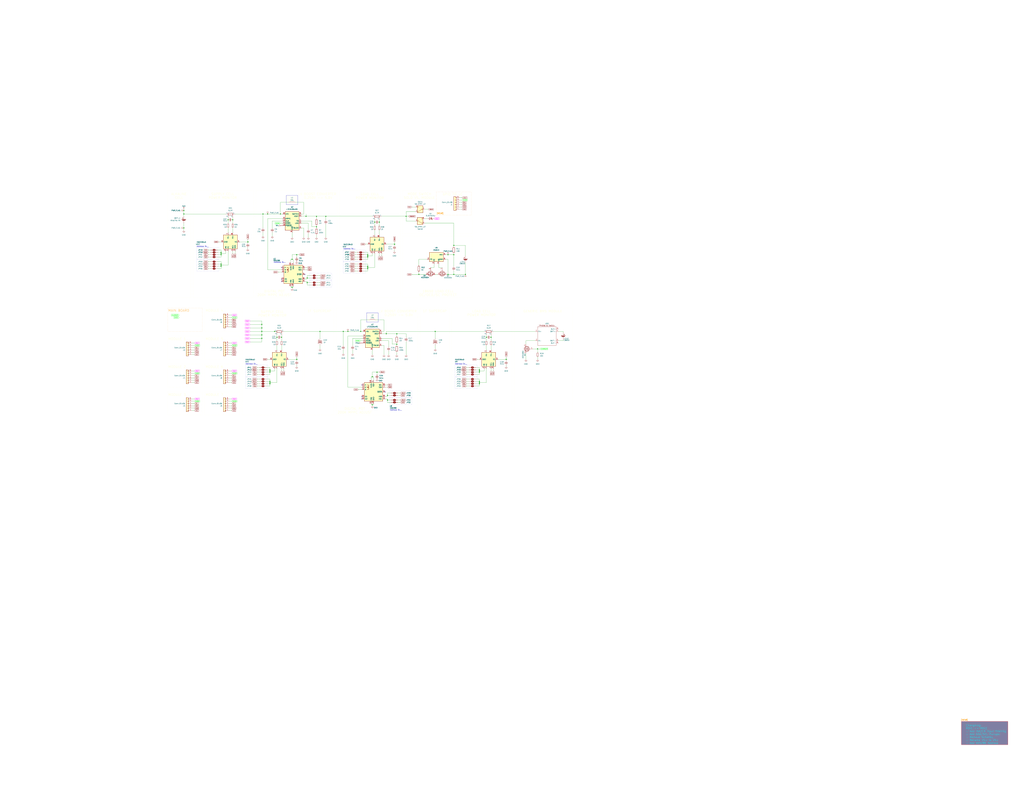
<source format=kicad_sch>
(kicad_sch (version 20250114) (generator "eeschema") (generator_version "9.0")
  (paper "E")
  (title_block (title "Joule Thief") (date "2025-06-29") (rev "R1") (company "Suneater Labs"))
  (rectangle (start 214.63 270.51) (end 239.014 283.21) (stroke (width 0) (type dot)))
  (rectangle (start 312.42 213.36) (end 325.12 223.52) (fill (type color) (color 255 255 194 0.1)))
  (rectangle (start 425.45 434.34) (end 449.58 441.96) (stroke (width 0) (type dot)))
  (rectangle (start 267.97 398.78) (end 292.354 411.48) (stroke (width 0) (type dot)))
  (rectangle (start 370.84 208.28) (end 436.88 325.12) (stroke (width 0) (type dot) (color 255 255 194 1)))
  (rectangle (start 439.42 257.81) (end 515.62 325.12) (stroke (width 0) (type dot) (color 255 255 194 1)))
  (rectangle (start 279.4 274.32) (end 368.3 325.12) (stroke (width 0) (type dot) (color 255 255 194 1)))
  (rectangle (start 261.62 392.43) (end 223.52 367.03) (stroke (width 0) (type dot) (color 255 255 194 1)))
  (rectangle (start 264.16 336.55) (end 330.2 453.39) (stroke (width 0) (type dot) (color 255 255 194 1)))
  (rectangle (start 561.34 336.55) (end 624.84 453.39) (stroke (width 0) (type dot) (color 255 255 194 1)))
  (rectangle (start 367.03 402.59) (end 455.93 453.39) (stroke (width 0) (type dot) (color 255 255 194 1)))
  (rectangle (start 279.4 208.28) (end 368.3 271.78) (stroke (width 0) (type dot) (color 255 255 194 1)))
  (rectangle (start 337.82 306.07) (end 361.95 313.69) (stroke (width 0) (type dot)))
  (rectangle (start 374.65 273.05) (end 399.034 285.75) (stroke (width 0) (type dot)))
  (rectangle (start 337.82 298.45) (end 361.95 306.07) (stroke (width 0) (type dot)))
  (rectangle (start 492.76 336.55) (end 558.8 453.39) (stroke (width 0) (type dot) (color 255 255 194 1)))
  (rectangle (start 374.65 285.75) (end 399.034 298.45) (stroke (width 0) (type dot)))
  (rectangle (start 400.05 341.63) (end 412.75 351.79) (fill (type color) (color 255 255 194 0.1)))
  (rectangle (start 214.63 283.21) (end 239.014 295.91) (stroke (width 0) (type dot)))
  (rectangle (start 267.97 411.48) (end 292.354 424.18) (stroke (width 0) (type dot)))
  (rectangle (start 425.45 426.72) (end 449.58 434.34) (stroke (width 0) (type dot)))
  (rectangle (start 182.88 336.55) (end 220.98 361.95) (stroke (width 0) (type dot) (color 255 153 0 1)))
  (rectangle (start 223.52 427.99) (end 261.62 453.39) (stroke (width 0) (type dot) (color 255 255 194 1)))
  (rectangle (start 332.74 336.55) (end 364.49 453.39) (stroke (width 0) (type dot) (color 255 255 194 1)))
  (rectangle (start 367.03 336.55) (end 455.93 400.05) (stroke (width 0) (type dot) (color 255 255 194 1)))
  (rectangle (start 1049.274 787.908) (end 1100.074 813.308) (stroke (width 0) (color 255 0 0 1)) (fill (type color) (color 0 0 72 0.5)))
  (rectangle (start 458.47 336.55) (end 490.22 453.39) (stroke (width 0) (type dot) (color 255 255 194 1)))
  (rectangle (start 223.52 397.51) (end 261.62 422.91) (stroke (width 0) (type dot) (color 255 255 194 1)))
  (rectangle (start 439.42 208.28) (end 515.62 255.27) (stroke (width 0) (type dot) (color 255 255 194 1)))
  (rectangle (start 210.82 208.28) (end 276.86 325.12) (stroke (width 0) (type dot) (color 255 255 194 1)))
  (rectangle (start 182.88 208.28) (end 208.28 325.12) (stroke (width 0) (type dot) (color 255 255 194 1)))
  (rectangle (start 496.57 411.48) (end 520.954 424.18) (stroke (width 0) (type dot)))
  (rectangle (start 220.98 392.43) (end 182.88 367.03) (stroke (width 0) (type dot) (color 255 255 194 1)))
  (rectangle (start 223.52 336.55) (end 261.62 361.95) (stroke (width 0) (type dot) (color 255 255 194 1)))
  (rectangle (start 182.88 397.51) (end 220.98 422.91) (stroke (width 0) (type dot) (color 255 255 194 1)))
  (rectangle (start 220.98 453.39) (end 182.88 427.99) (stroke (width 0) (type dot) (color 255 255 194 1)))
  (rectangle (start 496.57 398.78) (end 520.954 411.48) (stroke (width 0) (type dot)))
  (rectangle (start 476.25 209.55) (end 514.35 234.95) (stroke (width 0) (type dot) (color 255 153 0 1)))
  (text "Address: 0x__\n" (at 221.234 269.24 0) (effects (font (size 1.27 1.27))))
  (text "MODULE 4\n" (at 233.934 339.344 0) (effects (font (size 2.5 2.5))))
  (text "MAIN BOARD" (at 195.072 339.344 0) (effects (font (size 2.5 2.5))))
  (text "1F SUPERCAP" (at 348.488 339.852 0) (effects (font (size 2.5 2.5))))
  (text "LV BOOST CONVERTER \n0.250V -> 5.0V" (at 435.102 342.138 0) (effects (font (size 2.5 2.5))))
  (text "Address: 0x__" (at 432.054 447.802 0) (effects (font (size 1.27 1.27))))
  (text "DIGITAL POT\n200K MPPC ADJUST" (at 299.466 320.294 0) (effects (font (size 2.5 2.5))))
  (text "[NEW!]" (at 480.314 233.172 0) (effects (font (size 1.5 1.5) (thickness 0.254) (bold yes))))
  (text "MODULE 1" (at 193.294 370.332 0) (effects (font (size 2.5 2.5))))
  (text "MODULE 5\n" (at 233.934 370.332 0) (effects (font (size 2.5 2.5))))
  (text "SUPPLY CELL\nPOWER MONITOR" (at 243.078 214.122 0) (effects (font (size 2.5 2.5))))
  (text "ALKALINE\nCELL" (at 195.326 214.122 0) (effects (font (size 2.5 2.5))))
  (text "Address: 0x__" (at 305.308 286.512 0) (effects (font (size 1.27 1.27))))
  (text "LOAD CELL\nPOWER MONITOR" (at 403.606 214.376 0) (effects (font (size 2.5 2.5))))
  (text "MODULE 3" (at 193.294 431.292 0) (effects (font (size 2.5 2.5))))
  (text "LOAD CELL\nPOWER MONITOR" (at 525.526 342.138 0) (effects (font (size 2.5 2.5))))
  (text "Address: 0x__\n" (at 274.574 397.51 0) (effects (font (size 1.27 1.27))))
  (text "GENERIC BMS MODULE" (at 592.328 340.106 0) (effects (font (size 2.5 2.5))))
  (text "Address: 0x__\n" (at 381.254 271.78 0) (effects (font (size 1.27 1.27))))
  (text "MODULE 6" (at 233.934 400.812 0) (effects (font (size 2.5 2.5))))
  (text "SUPPLY CELL\nPOWER MONITOR" (at 297.18 342.646 0) (effects (font (size 2.5 2.5))))
  (text "MODE SWITCH\nSOLO VS. MODULE" (at 457.708 214.122 0) (effects (font (size 2.5 2.5))))
  (text "GPIO TO uC" (at 494.03 212.344 0) (effects (font (size 2.5 2.5))))
  (text "MODULE 2\n" (at 193.294 400.812 0) (effects (font (size 2.5 2.5))))
  (text "18650 LOAD CELL\nOC/OCD/SC PROTECT\n" (at 478.028 320.294 0) (effects (font (size 2.5 2.5))))
  (text "Changelog:\nR0V1 -> R0V2\n- Add INA219 input filtering\n- Add SDA/SCL Pullups\n- Remove Schottky\n- Rename VS+ to V5+\n- Add AD5280 Address" (at 1054.1 791.21 0) (effects (font (size 2 2) (thickness 0.1588)) (justify left top)))
  (text "Address: 0x__\n" (at 503.174 397.51 0) (effects (font (size 1.27 1.27))))
  (text "1F SUPERCAP" (at 474.472 339.852 0) (effects (font (size 2.5 2.5))))
  (text "[NEW!]" (at 1052.576 786.384 0) (effects (font (size 1.5 1.5) (thickness 0.254) (bold yes))))
  (text "MODULE 7\n" (at 233.934 431.292 0) (effects (font (size 2.5 2.5))))
  (text "LV BOOST CONVERTER \n0.250V -> 5.0V" (at 347.218 214.122 0) (effects (font (size 2.5 2.5))))
  (text "DIGITAL POT\n200K MPPC ADJUST" (at 387.096 448.564 0) (effects (font (size 2.5 2.5))))
  (junction (at 422.91 436.88))
  (junction (at 401.32 292.1))
  (junction (at 495.3 299.72))
  (junction (at 318.77 313.69))
  (junction (at 241.3 275.59))
  (junction (at 294.64 406.4))
  (junction (at 294.64 417.83))
  (junction (at 254 240.03))
  (junction (at 523.24 417.83))
  (junction (at 401.32 280.67))
  (junction (at 241.3 289.56))
  (junction (at 294.64 416.56))
  (junction (at 306.07 233.68))
  (junction (at 285.75 361.95))
  (junction (at 248.92 240.03))
  (junction (at 241.3 288.29))
  (junction (at 495.3 278.13))
  (junction (at 406.4 441.96))
  (junction (at 411.48 406.4))
  (junction (at 335.28 303.53))
  (junction (at 443.23 236.22))
  (junction (at 552.45 392.43))
  (junction (at 401.32 293.37))
  (junction (at 299.72 361.95))
  (junction (at 374.65 361.95))
  (junction (at 401.32 278.13))
  (junction (at 508 299.72))
  (junction (at 302.26 368.3))
  (junction (at 401.32 279.4))
  (junction (at 457.2 299.72))
  (junction (at 535.94 368.3))
  (junction (at 488.95 278.13))
  (junction (at 421.64 364.49))
  (junction (at 523.24 403.86))
  (junction (at 294.64 419.1))
  (junction (at 430.53 266.7))
  (junction (at 488.95 299.72))
  (junction (at 406.4 411.48))
  (junction (at 408.94 242.57))
  (junction (at 323.85 278.13))
  (junction (at 334.01 236.22))
  (junction (at 414.02 242.57))
  (junction (at 285.75 365.76))
  (junction (at 285.75 354.33))
  (junction (at 523.24 406.4))
  (junction (at 294.64 405.13))
  (junction (at 379.73 361.95))
  (junction (at 307.34 368.3))
  (junction (at 294.64 403.86))
  (junction (at 241.3 278.13))
  (junction (at 241.3 290.83))
  (junction (at 285.75 358.14))
  (junction (at 323.85 392.43))
  (junction (at 241.3 276.86))
  (junction (at 393.7 361.95))
  (junction (at 200.66 229.87))
  (junction (at 345.44 247.65))
  (junction (at 401.32 290.83))
  (junction (at 433.07 375.92))
  (junction (at 292.1 233.68))
  (junction (at 495.3 267.97))
  (junction (at 345.44 236.22))
  (junction (at 200.66 233.68))
  (junction (at 523.24 419.1))
  (junction (at 285.75 369.57))
  (junction (at 530.86 368.3))
  (junction (at 422.91 431.8))
  (junction (at 270.51 264.16))
  (junction (at 335.28 308.61))
  (junction (at 523.24 416.56))
  (junction (at 523.24 405.13))
  (junction (at 474.98 361.95))
  (junction (at 586.74 381))
  (junction (at 355.6 236.22))
  (junction (at 433.07 364.49))
  (junction (at 318.77 283.21))
  (junction (at 200.66 248.92))
  (junction (at 287.02 233.68))
  (junction (at 349.25 361.95))
  (no_connect (at 307.34 307.34))
  (no_connect (at 307.34 292.1))
  (no_connect (at 307.34 304.8))
  (no_connect (at 394.97 420.37))
  (no_connect (at 332.74 299.72))
  (no_connect (at 420.37 427.99))
  (no_connect (at 394.97 433.07))
  (no_connect (at 394.97 435.61))
  (wire (pts (xy 509.27 414.02) (xy 511.81 414.02)))
  (wire (pts (xy 523.24 403.86) (xy 523.24 401.32)))
  (wire (pts (xy 401.32 280.67) (xy 401.32 283.21)))
  (wire (pts (xy 209.55 379.73) (xy 212.09 379.73)))
  (wire (pts (xy 355.6 259.08) (xy 355.6 245.11)))
  (wire (pts (xy 227.33 278.13) (xy 229.87 278.13)))
  (wire (pts (xy 328.93 236.22) (xy 334.01 236.22)))
  (wire (pts (xy 285.75 365.76) (xy 285.75 369.57)))
  (wire (pts (xy 401.32 292.1) (xy 401.32 293.37)))
  (wire (pts (xy 209.55 443.23) (xy 212.09 443.23)))
  (wire (pts (xy 501.65 223.52) (xy 504.19 223.52)))
  (wire (pts (xy 457.2 297.18) (xy 457.2 299.72)))
  (wire (pts (xy 227.33 285.75) (xy 229.87 285.75)))
  (wire (pts (xy 280.67 406.4) (xy 283.21 406.4)))
  (wire (pts (xy 436.88 439.42) (xy 434.34 439.42)))
  (wire (pts (xy 227.33 288.29) (xy 229.87 288.29)))
  (wire (pts (xy 318.77 254) (xy 318.77 259.08)))
  (wire (pts (xy 401.32 280.67) (xy 397.51 280.67)))
  (wire (pts (xy 387.35 288.29) (xy 389.89 288.29)))
  (wire (pts (xy 273.05 358.14) (xy 285.75 358.14)))
  (wire (pts (xy 318.77 278.13) (xy 323.85 278.13)))
  (wire (pts (xy 209.55 410.21) (xy 212.09 410.21)))
  (wire (pts (xy 508 267.97) (xy 508 279.4)))
  (wire (pts (xy 523.24 417.83) (xy 523.24 419.1)))
  (wire (pts (xy 307.34 405.13) (xy 307.34 402.59)))
  (wire (pts (xy 294.64 406.4) (xy 290.83 406.4)))
  (wire (pts (xy 387.35 293.37) (xy 389.89 293.37)))
  (wire (pts (xy 401.32 275.59) (xy 397.51 275.59)))
  (wire (pts (xy 250.19 445.77) (xy 252.73 445.77)))
  (wire (pts (xy 336.55 255.27) (xy 336.55 259.08)))
  (wire (pts (xy 504.19 215.9) (xy 501.65 215.9)))
  (wire (pts (xy 328.93 243.84) (xy 336.55 243.84)))
  (wire (pts (xy 323.85 278.13) (xy 323.85 280.67)))
  (wire (pts (xy 209.55 440.69) (xy 212.09 440.69)))
  (wire (pts (xy 280.67 408.94) (xy 283.21 408.94)))
  (wire (pts (xy 248.92 237.49) (xy 248.92 240.03)))
  (wire (pts (xy 320.04 312.42) (xy 320.04 313.69)))
  (wire (pts (xy 297.18 241.3) (xy 297.18 248.92)))
  (wire (pts (xy 200.66 243.84) (xy 200.66 248.92)))
  (wire (pts (xy 406.4 411.48) (xy 405.13 411.48)))
  (wire (pts (xy 294.64 403.86) (xy 294.64 401.32)))
  (wire (pts (xy 227.33 293.37) (xy 229.87 293.37)))
  (wire (pts (xy 387.35 290.83) (xy 389.89 290.83)))
  (wire (pts (xy 200.66 233.68) (xy 246.38 233.68)))
  (wire (pts (xy 328.93 241.3) (xy 340.36 241.3)))
  (wire (pts (xy 323.85 278.13) (xy 326.39 278.13)))
  (wire (pts (xy 396.24 369.57) (xy 384.81 369.57)))
  (wire (pts (xy 307.34 382.27) (xy 307.34 377.19)))
  (wire (pts (xy 433.07 374.65) (xy 433.07 375.92)))
  (wire (pts (xy 488.95 299.72) (xy 495.3 299.72)))
  (wire (pts (xy 273.05 361.95) (xy 285.75 361.95)))
  (wire (pts (xy 552.45 392.43) (xy 552.45 393.7)))
  (wire (pts (xy 538.48 361.95) (xy 584.2 361.95)))
  (wire (pts (xy 387.35 283.21) (xy 389.89 283.21)))
  (wire (pts (xy 349.25 303.53) (xy 346.71 303.53)))
  (wire (pts (xy 345.44 236.22) (xy 355.6 236.22)))
  (wire (pts (xy 523.24 392.43) (xy 520.7 392.43)))
  (wire (pts (xy 420.37 420.37) (xy 422.91 420.37)))
  (wire (pts (xy 309.88 361.95) (xy 349.25 361.95)))
  (wire (pts (xy 436.88 436.88) (xy 434.34 436.88)))
  (wire (pts (xy 285.75 369.57) (xy 285.75 373.38)))
  (wire (pts (xy 306.07 220.98) (xy 314.96 220.98)))
  (wire (pts (xy 335.28 311.15) (xy 339.09 311.15)))
  (wire (pts (xy 509.27 403.86) (xy 511.81 403.86)))
  (wire (pts (xy 374.65 361.95) (xy 374.65 377.19)))
  (wire (pts (xy 212.09 374.65) (xy 209.55 374.65)))
  (wire (pts (xy 248.92 289.56) (xy 241.3 289.56)))
  (wire (pts (xy 212.09 435.61) (xy 209.55 435.61)))
  (wire (pts (xy 241.3 276.86) (xy 241.3 278.13)))
  (wire (pts (xy 488.95 278.13) (xy 495.3 278.13)))
  (wire (pts (xy 495.3 243.84) (xy 495.3 267.97)))
  (wire (pts (xy 302.26 361.95) (xy 299.72 361.95)))
  (wire (pts (xy 250.19 351.79) (xy 252.73 351.79)))
  (wire (pts (xy 379.73 422.91) (xy 379.73 367.03)))
  (wire (pts (xy 292.1 238.76) (xy 308.61 238.76)))
  (wire (pts (xy 241.3 264.16) (xy 238.76 264.16)))
  (wire (pts (xy 285.75 361.95) (xy 285.75 365.76)))
  (wire (pts (xy 209.55 445.77) (xy 212.09 445.77)))
  (wire (pts (xy 530.86 417.83) (xy 523.24 417.83)))
  (wire (pts (xy 252.73 435.61) (xy 250.19 435.61)))
  (wire (pts (xy 306.07 233.68) (xy 308.61 233.68)))
  (wire (pts (xy 318.77 313.69) (xy 318.77 314.96)))
  (wire (pts (xy 406.4 411.48) (xy 406.4 406.4)))
  (wire (pts (xy 530.86 402.59) (xy 530.86 417.83)))
  (wire (pts (xy 209.55 417.83) (xy 212.09 417.83)))
  (wire (pts (xy 241.3 289.56) (xy 241.3 290.83)))
  (wire (pts (xy 538.48 405.13) (xy 538.48 402.59)))
  (wire (pts (xy 495.3 295.91) (xy 495.3 299.72)))
  (wire (pts (xy 523.24 403.86) (xy 519.43 403.86)))
  (wire (pts (xy 523.24 416.56) (xy 523.24 414.02)))
  (wire (pts (xy 431.8 266.7) (xy 430.53 266.7)))
  (wire (pts (xy 345.44 246.38) (xy 345.44 247.65)))
  (wire (pts (xy 457.2 283.21) (xy 457.2 289.56)))
  (wire (pts (xy 467.36 228.6) (xy 463.55 228.6)))
  (wire (pts (xy 227.33 290.83) (xy 229.87 290.83)))
  (wire (pts (xy 581.66 381) (xy 586.74 381)))
  (wire (pts (xy 248.92 243.84) (xy 248.92 240.03)))
  (wire (pts (xy 212.09 438.15) (xy 209.55 438.15)))
  (wire (pts (xy 294.64 401.32) (xy 290.83 401.32)))
  (wire (pts (xy 332.74 304.8) (xy 335.28 304.8)))
  (wire (pts (xy 393.7 349.25) (xy 402.59 349.25)))
  (wire (pts (xy 495.3 267.97) (xy 508 267.97)))
  (wire (pts (xy 379.73 361.95) (xy 393.7 361.95)))
  (wire (pts (xy 294.64 417.83) (xy 294.64 416.56)))
  (wire (pts (xy 246.38 274.32) (xy 246.38 276.86)))
  (wire (pts (xy 241.3 285.75) (xy 237.49 285.75)))
  (wire (pts (xy 270.51 261.62) (xy 270.51 264.16)))
  (wire (pts (xy 523.24 419.1) (xy 523.24 421.64)))
  (wire (pts (xy 411.48 406.4) (xy 411.48 408.94)))
  (wire (pts (xy 393.7 361.95) (xy 396.24 361.95)))
  (wire (pts (xy 302.26 417.83) (xy 294.64 417.83)))
  (wire (pts (xy 280.67 414.02) (xy 283.21 414.02)))
  (wire (pts (xy 523.24 406.4) (xy 523.24 408.94)))
  (wire (pts (xy 270.51 264.16) (xy 261.62 264.16)))
  (wire (pts (xy 443.23 231.14) (xy 443.23 236.22)))
  (wire (pts (xy 473.71 288.29) (xy 473.71 292.1)))
  (wire (pts (xy 241.3 278.13) (xy 241.3 280.67)))
  (wire (pts (xy 433.07 375.92) (xy 433.07 377.19)))
  (wire (pts (xy 466.09 283.21) (xy 457.2 283.21)))
  (wire (pts (xy 209.55 448.31) (xy 212.09 448.31)))
  (wire (pts (xy 401.32 278.13) (xy 401.32 275.59)))
  (wire (pts (xy 523.24 405.13) (xy 523.24 406.4)))
  (wire (pts (xy 227.33 275.59) (xy 229.87 275.59)))
  (wire (pts (xy 523.24 414.02) (xy 519.43 414.02)))
  (wire (pts (xy 414.02 279.4) (xy 414.02 276.86)))
  (wire (pts (xy 379.73 422.91) (xy 394.97 422.91)))
  (wire (pts (xy 523.24 417.83) (xy 523.24 416.56)))
  (wire (pts (xy 318.77 313.69) (xy 317.5 313.69)))
  (wire (pts (xy 320.04 283.21) (xy 320.04 287.02)))
  (wire (pts (xy 250.19 354.33) (xy 252.73 354.33)))
  (wire (pts (xy 523.24 406.4) (xy 519.43 406.4)))
  (wire (pts (xy 271.78 264.16) (xy 270.51 264.16)))
  (wire (pts (xy 285.75 354.33) (xy 285.75 358.14)))
  (wire (pts (xy 379.73 367.03) (xy 396.24 367.03)))
  (wire (pts (xy 299.72 405.13) (xy 294.64 405.13)))
  (wire (pts (xy 478.79 288.29) (xy 478.79 292.1)))
  (wire (pts (xy 241.3 273.05) (xy 237.49 273.05)))
  (wire (pts (xy 248.92 254) (xy 248.92 248.92)))
  (wire (pts (xy 586.74 389.89) (xy 586.74 392.43)))
  (wire (pts (xy 294.64 421.64) (xy 290.83 421.64)))
  (wire (pts (xy 387.35 295.91) (xy 389.89 295.91)))
  (wire (pts (xy 349.25 300.99) (xy 346.71 300.99)))
  (wire (pts (xy 528.32 405.13) (xy 523.24 405.13)))
  (wire (pts (xy 302.26 402.59) (xy 302.26 417.83)))
  (wire (pts (xy 334.01 236.22) (xy 345.44 236.22)))
  (wire (pts (xy 349.25 361.95) (xy 349.25 369.57)))
  (wire (pts (xy 414.02 242.57) (xy 414.02 240.03)))
  (wire (pts (xy 411.48 406.4) (xy 414.02 406.4)))
  (wire (pts (xy 212.09 405.13) (xy 209.55 405.13)))
  (wire (pts (xy 250.19 415.29) (xy 252.73 415.29)))
  (wire (pts (xy 212.09 377.19) (xy 209.55 377.19)))
  (wire (pts (xy 528.32 402.59) (xy 528.32 405.13)))
  (wire (pts (xy 320.04 313.69) (xy 318.77 313.69)))
  (wire (pts (xy 416.56 369.57) (xy 427.99 369.57)))
  (wire (pts (xy 474.98 299.72) (xy 477.52 299.72)))
  (wire (pts (xy 345.44 236.22) (xy 345.44 238.76)))
  (wire (pts (xy 401.32 288.29) (xy 397.51 288.29)))
  (wire (pts (xy 335.28 303.53) (xy 339.09 303.53)))
  (wire (pts (xy 294.64 416.56) (xy 290.83 416.56)))
  (wire (pts (xy 416.56 361.95) (xy 419.1 361.95)))
  (wire (pts (xy 422.91 429.26) (xy 426.72 429.26)))
  (wire (pts (xy 443.23 231.14) (xy 453.39 231.14)))
  (wire (pts (xy 340.36 247.65) (xy 345.44 247.65)))
  (wire (pts (xy 416.56 377.19) (xy 419.1 377.19)))
  (wire (pts (xy 273.05 350.52) (xy 285.75 350.52)))
  (wire (pts (xy 250.19 448.31) (xy 252.73 448.31)))
  (wire (pts (xy 408.94 240.03) (xy 408.94 242.57)))
  (wire (pts (xy 609.6 372.11) (xy 614.68 372.11)))
  (wire (pts (xy 285.75 361.95) (xy 299.72 361.95)))
  (wire (pts (xy 443.23 236.22) (xy 443.23 241.3)))
  (wire (pts (xy 401.32 293.37) (xy 401.32 295.91)))
  (wire (pts (xy 252.73 344.17) (xy 250.19 344.17)))
  (wire (pts (xy 250.19 387.35) (xy 252.73 387.35)))
  (wire (pts (xy 614.68 361.95) (xy 614.68 363.22)))
  (wire (pts (xy 509.27 421.64) (xy 511.81 421.64)))
  (wire (pts (xy 430.53 266.7) (xy 430.53 267.97)))
  (wire (pts (xy 478.79 292.1) (xy 482.6 292.1)))
  (wire (pts (xy 306.07 243.84) (xy 308.61 243.84)))
  (wire (pts (xy 433.07 387.35) (xy 433.07 384.81)))
  (wire (pts (xy 416.56 364.49) (xy 421.64 364.49)))
  (wire (pts (xy 457.2 299.72) (xy 464.82 299.72)))
  (wire (pts (xy 309.88 405.13) (xy 309.88 402.59)))
  (wire (pts (xy 241.3 280.67) (xy 237.49 280.67)))
  (wire (pts (xy 421.64 361.95) (xy 474.98 361.95)))
  (wire (pts (xy 292.1 294.64) (xy 307.34 294.64)))
  (wire (pts (xy 252.73 346.71) (xy 250.19 346.71)))
  (wire (pts (xy 406.4 276.86) (xy 406.4 279.4)))
  (wire (pts (xy 574.04 375.92) (xy 574.04 372.11)))
  (wire (pts (xy 408.94 292.1) (xy 401.32 292.1)))
  (wire (pts (xy 552.45 389.89) (xy 552.45 392.43)))
  (wire (pts (xy 614.68 370.84) (xy 614.68 372.11)))
  (wire (pts (xy 443.23 241.3) (xy 453.39 241.3)))
  (wire (pts (xy 523.24 416.56) (xy 519.43 416.56)))
  (wire (pts (xy 335.28 304.8) (xy 335.28 303.53)))
  (wire (pts (xy 501.65 226.06) (xy 504.19 226.06)))
  (wire (pts (xy 307.34 297.18) (xy 303.53 297.18)))
  (wire (pts (xy 250.19 379.73) (xy 252.73 379.73)))
  (wire (pts (xy 302.26 372.11) (xy 302.26 368.3)))
  (wire (pts (xy 374.65 361.95) (xy 379.73 361.95)))
  (wire (pts (xy 401.32 292.1) (xy 401.32 290.83)))
  (wire (pts (xy 336.55 243.84) (xy 336.55 250.19)))
  (wire (pts (xy 420.37 433.07) (xy 422.91 433.07)))
  (wire (pts (xy 453.39 226.06) (xy 449.58 226.06)))
  (wire (pts (xy 241.3 278.13) (xy 237.49 278.13)))
  (wire (pts (xy 393.7 372.11) (xy 396.24 372.11)))
  (wire (pts (xy 294.64 417.83) (xy 294.64 419.1)))
  (wire (pts (xy 335.28 307.34) (xy 335.28 308.61)))
  (wire (pts (xy 250.19 384.81) (xy 252.73 384.81)))
  (wire (pts (xy 317.5 283.21) (xy 317.5 287.02)))
  (wire (pts (xy 495.3 290.83) (xy 495.3 278.13)))
  (wire (pts (xy 495.3 299.72) (xy 508 299.72)))
  (wire (pts (xy 270.51 270.51) (xy 270.51 271.78)))
  (wire (pts (xy 292.1 233.68) (xy 306.07 233.68)))
  (wire (pts (xy 227.33 280.67) (xy 229.87 280.67)))
  (wire (pts (xy 422.91 431.8) (xy 426.72 431.8)))
  (wire (pts (xy 209.55 412.75) (xy 212.09 412.75)))
  (wire (pts (xy 552.45 398.78) (xy 552.45 400.05)))
  (wire (pts (xy 209.55 415.29) (xy 212.09 415.29)))
  (wire (pts (xy 256.54 233.68) (xy 287.02 233.68)))
  (wire (pts (xy 420.37 422.91) (xy 422.91 422.91)))
  (wire (pts (xy 421.64 364.49) (xy 421.64 361.95)))
  (wire (pts (xy 443.23 364.49) (xy 433.07 364.49)))
  (wire (pts (xy 463.55 238.76) (xy 466.09 238.76)))
  (wire (pts (xy 436.88 429.26) (xy 434.34 429.26)))
  (wire (pts (xy 430.53 264.16) (xy 430.53 266.7)))
  (wire (pts (xy 241.3 289.56) (xy 241.3 288.29)))
  (wire (pts (xy 405.13 411.48) (xy 405.13 415.29)))
  (wire (pts (xy 535.94 405.13) (xy 535.94 402.59)))
  (wire (pts (xy 294.64 408.94) (xy 290.83 408.94)))
  (wire (pts (xy 320.04 283.21) (xy 318.77 283.21)))
  (wire (pts (xy 387.35 280.67) (xy 389.89 280.67)))
  (wire (pts (xy 325.12 392.43) (xy 323.85 392.43)))
  (wire (pts (xy 250.19 412.75) (xy 252.73 412.75)))
  (wire (pts (xy 427.99 375.92) (xy 433.07 375.92)))
  (wire (pts (xy 328.93 233.68) (xy 331.47 233.68)))
  (wire (pts (xy 401.32 279.4) (xy 401.32 278.13)))
  (wire (pts (xy 401.32 278.13) (xy 397.51 278.13)))
  (wire (pts (xy 270.51 264.16) (xy 270.51 265.43)))
  (wire (pts (xy 422.91 431.8) (xy 422.91 429.26)))
  (wire (pts (xy 406.4 382.27) (xy 406.4 387.35)))
  (wire (pts (xy 345.44 247.65) (xy 345.44 248.92)))
  (wire (pts (xy 294.64 392.43) (xy 292.1 392.43)))
  (wire (pts (xy 407.67 411.48) (xy 406.4 411.48)))
  (wire (pts (xy 250.19 382.27) (xy 252.73 382.27)))
  (wire (pts (xy 302.26 368.3) (xy 302.26 365.76)))
  (wire (pts (xy 523.24 408.94) (xy 519.43 408.94)))
  (wire (pts (xy 421.64 364.49) (xy 433.07 364.49)))
  (wire (pts (xy 254 276.86) (xy 254 274.32)))
  (wire (pts (xy 250.19 443.23) (xy 252.73 443.23)))
  (wire (pts (xy 416.56 279.4) (xy 416.56 276.86)))
  (wire (pts (xy 297.18 254) (xy 297.18 257.81)))
  (wire (pts (xy 307.34 372.11) (xy 307.34 368.3)))
  (wire (pts (xy 406.4 441.96) (xy 406.4 443.23)))
  (wire (pts (xy 535.94 382.27) (xy 535.94 377.19)))
  (wire (pts (xy 241.3 288.29) (xy 237.49 288.29)))
  (wire (pts (xy 335.28 308.61) (xy 339.09 308.61)))
  (wire (pts (xy 292.1 294.64) (xy 292.1 238.76)))
  (wire (pts (xy 252.73 374.65) (xy 250.19 374.65)))
  (wire (pts (xy 212.09 407.67) (xy 209.55 407.67)))
  (wire (pts (xy 443.23 387.35) (xy 443.23 373.38)))
  (wire (pts (xy 345.44 259.08) (xy 345.44 256.54)))
  (wire (pts (xy 387.35 275.59) (xy 389.89 275.59)))
  (wire (pts (xy 401.32 266.7) (xy 398.78 266.7)))
  (wire (pts (xy 294.64 403.86) (xy 290.83 403.86)))
  (wire (pts (xy 323.85 398.78) (xy 323.85 400.05)))
  (wire (pts (xy 331.47 248.92) (xy 331.47 259.08)))
  (wire (pts (xy 486.41 278.13) (xy 488.95 278.13)))
  (wire (pts (xy 436.88 431.8) (xy 434.34 431.8)))
  (wire (pts (xy 241.3 290.83) (xy 241.3 293.37)))
  (wire (pts (xy 241.3 288.29) (xy 241.3 285.75)))
  (wire (pts (xy 349.25 308.61) (xy 346.71 308.61)))
  (wire (pts (xy 334.01 236.22) (xy 334.01 233.68)))
  (wire (pts (xy 252.73 405.13) (xy 250.19 405.13)))
  (wire (pts (xy 495.3 276.86) (xy 495.3 278.13)))
  (wire (pts (xy 332.74 294.64) (xy 335.28 294.64)))
  (wire (pts (xy 530.86 372.11) (xy 530.86 368.3)))
  (wire (pts (xy 422.91 433.07) (xy 422.91 431.8)))
  (wire (pts (xy 335.28 303.53) (xy 335.28 300.99)))
  (wire (pts (xy 394.97 425.45) (xy 391.16 425.45)))
  (wire (pts (xy 401.32 290.83) (xy 397.51 290.83)))
  (wire (pts (xy 574.04 372.11) (xy 584.2 372.11)))
  (wire (pts (xy 401.32 295.91) (xy 397.51 295.91)))
  (wire (pts (xy 509.27 419.1) (xy 511.81 419.1)))
  (wire (pts (xy 209.55 382.27) (xy 212.09 382.27)))
  (wire (pts (xy 280.67 403.86) (xy 283.21 403.86)))
  (wire (pts (xy 250.19 356.87) (xy 252.73 356.87)))
  (wire (pts (xy 318.77 283.21) (xy 318.77 278.13)))
  (wire (pts (xy 273.05 369.57) (xy 285.75 369.57)))
  (wire (pts (xy 424.18 372.11) (xy 424.18 378.46)))
  (wire (pts (xy 509.27 416.56) (xy 511.81 416.56)))
  (wire (pts (xy 406.4 406.4) (xy 411.48 406.4)))
  (wire (pts (xy 408.94 256.54) (xy 408.94 251.46)))
  (wire (pts (xy 430.53 273.05) (xy 430.53 274.32)))
  (wire (pts (xy 427.99 369.57) (xy 427.99 375.92)))
  (wire (pts (xy 349.25 361.95) (xy 374.65 361.95)))
  (wire (pts (xy 209.55 384.81) (xy 212.09 384.81)))
  (wire (pts (xy 523.24 421.64) (xy 519.43 421.64)))
  (wire (pts (xy 586.74 384.81) (xy 586.74 381)))
  (wire (pts (xy 416.56 372.11) (xy 424.18 372.11)))
  (wire (pts (xy 486.41 283.21) (xy 488.95 283.21)))
  (wire (pts (xy 406.4 441.96) (xy 405.13 441.96)))
  (wire (pts (xy 443.23 364.49) (xy 443.23 368.3)))
  (wire (pts (xy 523.24 401.32) (xy 519.43 401.32)))
  (wire (pts (xy 254 240.03) (xy 254 237.49)))
  (wire (pts (xy 294.64 414.02) (xy 290.83 414.02)))
  (wire (pts (xy 256.54 276.86) (xy 256.54 274.32)))
  (wire (pts (xy 523.24 405.13) (xy 523.24 403.86)))
  (wire (pts (xy 273.05 354.33) (xy 285.75 354.33)))
  (wire (pts (xy 553.72 392.43) (xy 552.45 392.43)))
  (wire (pts (xy 422.91 436.88) (xy 422.91 439.42)))
  (wire (pts (xy 424.18 383.54) (xy 424.18 387.35)))
  (wire (pts (xy 294.64 419.1) (xy 290.83 419.1)))
  (wire (pts (xy 294.64 416.56) (xy 294.64 414.02)))
  (wire (pts (xy 504.19 218.44) (xy 501.65 218.44)))
  (wire (pts (xy 523.24 419.1) (xy 519.43 419.1)))
  (wire (pts (xy 509.27 401.32) (xy 511.81 401.32)))
  (wire (pts (xy 335.28 300.99) (xy 339.09 300.99)))
  (wire (pts (xy 307.34 368.3) (xy 307.34 365.76)))
  (wire (pts (xy 419.1 377.19) (xy 419.1 387.35)))
  (wire (pts (xy 250.19 417.83) (xy 252.73 417.83)))
  (wire (pts (xy 280.67 419.1) (xy 283.21 419.1)))
  (wire (pts (xy 285.75 350.52) (xy 285.75 354.33)))
  (wire (pts (xy 407.67 440.69) (xy 407.67 441.96)))
  (wire (pts (xy 509.27 408.94) (xy 511.81 408.94)))
  (wire (pts (xy 355.6 236.22) (xy 355.6 240.03)))
  (wire (pts (xy 241.3 290.83) (xy 237.49 290.83)))
  (wire (pts (xy 443.23 236.22) (xy 445.77 236.22)))
  (wire (pts (xy 302.26 382.27) (xy 302.26 377.19)))
  (wire (pts (xy 246.38 276.86) (xy 241.3 276.86)))
  (wire (pts (xy 280.67 401.32) (xy 283.21 401.32)))
  (wire (pts (xy 422.91 439.42) (xy 426.72 439.42)))
  (wire (pts (xy 250.19 349.25) (xy 252.73 349.25)))
  (wire (pts (xy 299.72 402.59) (xy 299.72 405.13)))
  (wire (pts (xy 535.94 372.11) (xy 535.94 368.3)))
  (wire (pts (xy 408.94 246.38) (xy 408.94 242.57)))
  (wire (pts (xy 501.65 220.98) (xy 504.19 220.98)))
  (wire (pts (xy 227.33 273.05) (xy 229.87 273.05)))
  (wire (pts (xy 250.19 440.69) (xy 252.73 440.69)))
  (wire (pts (xy 280.67 421.64) (xy 283.21 421.64)))
  (wire (pts (xy 332.74 307.34) (xy 335.28 307.34)))
  (wire (pts (xy 287.02 233.68) (xy 292.1 233.68)))
  (wire (pts (xy 285.75 373.38) (xy 273.05 373.38)))
  (wire (pts (xy 285.75 358.14) (xy 285.75 361.95)))
  (wire (pts (xy 488.95 283.21) (xy 488.95 299.72)))
  (wire (pts (xy 294.64 406.4) (xy 294.64 408.94)))
  (wire (pts (xy 294.64 405.13) (xy 294.64 406.4)))
  (wire (pts (xy 574.04 386.08) (xy 574.04 392.43)))
  (wire (pts (xy 241.3 275.59) (xy 241.3 273.05)))
  (wire (pts (xy 200.66 233.68) (xy 200.66 236.22)))
  (wire (pts (xy 552.45 392.43) (xy 543.56 392.43)))
  (wire (pts (xy 414.02 246.38) (xy 414.02 242.57)))
  (wire (pts (xy 318.77 283.21) (xy 317.5 283.21)))
  (wire (pts (xy 407.67 441.96) (xy 406.4 441.96)))
  (wire (pts (xy 535.94 368.3) (xy 535.94 365.76)))
  (wire (pts (xy 474.98 361.95) (xy 528.32 361.95)))
  (wire (pts (xy 335.28 308.61) (xy 335.28 311.15)))
  (wire (pts (xy 586.74 381) (xy 589.28 381)))
  (wire (pts (xy 430.53 266.7) (xy 421.64 266.7)))
  (wire (pts (xy 331.47 220.98) (xy 331.47 233.68)))
  (wire (pts (xy 401.32 290.83) (xy 401.32 288.29)))
  (wire (pts (xy 410.21 349.25) (xy 419.1 349.25)))
  (wire (pts (xy 487.68 299.72) (xy 488.95 299.72)))
  (wire (pts (xy 414.02 256.54) (xy 414.02 251.46)))
  (wire (pts (xy 254 254) (xy 254 248.92)))
  (wire (pts (xy 254 243.84) (xy 254 240.03)))
  (wire (pts (xy 474.98 377.19) (xy 474.98 381)))
  (wire (pts (xy 422.91 436.88) (xy 426.72 436.88)))
  (wire (pts (xy 469.9 292.1) (xy 473.71 292.1)))
  (wire (pts (xy 280.67 416.56) (xy 283.21 416.56)))
  (wire (pts (xy 328.93 248.92) (xy 331.47 248.92)))
  (wire (pts (xy 287.02 233.68) (xy 287.02 248.92)))
  (wire (pts (xy 209.55 387.35) (xy 212.09 387.35)))
  (wire (pts (xy 294.64 405.13) (xy 294.64 403.86)))
  (wire (pts (xy 501.65 228.6) (xy 504.19 228.6)))
  (wire (pts (xy 374.65 382.27) (xy 374.65 386.08)))
  (wire (pts (xy 384.81 369.57) (xy 384.81 377.19)))
  (wire (pts (xy 250.19 410.21) (xy 252.73 410.21)))
  (wire (pts (xy 340.36 241.3) (xy 340.36 247.65)))
  (wire (pts (xy 308.61 241.3) (xy 297.18 241.3)))
  (wire (pts (xy 474.98 361.95) (xy 474.98 369.57)))
  (wire (pts (xy 449.58 299.72) (xy 457.2 299.72)))
  (wire (pts (xy 433.07 364.49) (xy 433.07 367.03)))
  (wire (pts (xy 495.3 243.84) (xy 463.55 243.84)))
  (wire (pts (xy 406.4 279.4) (xy 401.32 279.4)))
  (wire (pts (xy 252.73 438.15) (xy 250.19 438.15)))
  (wire (pts (xy 323.85 392.43) (xy 314.96 392.43)))
  (wire (pts (xy 200.66 228.6) (xy 200.66 229.87)))
  (wire (pts (xy 393.7 361.95) (xy 393.7 349.25)))
  (wire (pts (xy 422.91 435.61) (xy 422.91 436.88)))
  (wire (pts (xy 416.56 236.22) (xy 443.23 236.22)))
  (wire (pts (xy 241.3 276.86) (xy 241.3 275.59)))
  (wire (pts (xy 384.81 382.27) (xy 384.81 386.08)))
  (wire (pts (xy 407.67 411.48) (xy 407.67 415.29)))
  (wire (pts (xy 401.32 293.37) (xy 397.51 293.37)))
  (wire (pts (xy 349.25 311.15) (xy 346.71 311.15)))
  (wire (pts (xy 332.74 292.1) (xy 335.28 292.1)))
  (wire (pts (xy 530.86 382.27) (xy 530.86 377.19)))
  (wire (pts (xy 419.1 349.25) (xy 419.1 361.95)))
  (wire (pts (xy 408.94 276.86) (xy 408.94 292.1)))
  (wire (pts (xy 323.85 392.43) (xy 323.85 393.7)))
  (wire (pts (xy 241.3 275.59) (xy 237.49 275.59)))
  (wire (pts (xy 273.05 365.76) (xy 285.75 365.76)))
  (wire (pts (xy 509.27 406.4) (xy 511.81 406.4)))
  (wire (pts (xy 420.37 435.61) (xy 422.91 435.61)))
  (wire (pts (xy 317.5 312.42) (xy 317.5 313.69)))
  (wire (pts (xy 609.6 361.95) (xy 614.68 361.95)))
  (wire (pts (xy 406.4 236.22) (xy 355.6 236.22)))
  (wire (pts (xy 508 287.02) (xy 508 299.72)))
  (wire (pts (xy 401.32 279.4) (xy 401.32 280.67)))
  (wire (pts (xy 323.85 389.89) (xy 323.85 392.43)))
  (wire (pts (xy 322.58 220.98) (xy 331.47 220.98)))
  (wire (pts (xy 241.3 293.37) (xy 237.49 293.37)))
  (wire (pts (xy 294.64 419.1) (xy 294.64 421.64)))
  (wire (pts (xy 495.3 267.97) (xy 495.3 269.24)))
  (wire (pts (xy 252.73 407.67) (xy 250.19 407.67)))
  (wire (pts (xy 287.02 254) (xy 287.02 257.81)))
  (wire (pts (xy 200.66 248.92) (xy 200.66 251.46)))
  (wire (pts (xy 252.73 377.19) (xy 250.19 377.19)))
  (wire (pts (xy 405.13 440.69) (xy 405.13 441.96)))
  (wire (pts (xy 401.32 283.21) (xy 397.51 283.21)))
  (wire (pts (xy 349.25 377.19) (xy 349.25 381)))
  (wire (pts (xy 530.86 365.76) (xy 530.86 368.3)))
  (wire (pts (xy 306.07 233.68) (xy 306.07 220.98)))
  (wire (pts (xy 200.66 229.87) (xy 200.66 233.68)))
  (wire (pts (xy 387.35 278.13) (xy 389.89 278.13)))
  (wire (pts (xy 248.92 274.32) (xy 248.92 289.56)))
  (global_label "SDA" (shape input) (at 252.73 382.27 0) (effects (font (size 1 1))) (property "Intersheetrefs" "${INTERSHEET_REFS}" (effects (hide yes))))
  (global_label "SHDN" (shape input) (at 212.09 438.15 0) (effects (font (size 1 1))) (property "Intersheetrefs" "${INTERSHEET_REFS}" (effects (hide yes))))
  (global_label "VBUS" (shape input) (at 323.85 389.89 90) (effects (font (size 1 1))) (property "Intersheetrefs" "${INTERSHEET_REFS}" (effects (hide yes))))
  (global_label "GND" (shape input) (at 436.88 431.8 0) (effects (font (size 1 1))) (property "Intersheetrefs" "${INTERSHEET_REFS}" (effects (hide yes))))
  (global_label "CHARGER" (shape input) (at 195.58 344.17 180) (effects (font (size 1 1))) (property "Intersheetrefs" "${INTERSHEET_REFS}" (effects (hide yes))))
  (global_label "CHARGER" (shape input) (at 589.28 381 0) (effects (font (size 1 1))) (property "Intersheetrefs" "${INTERSHEET_REFS}" (effects (hide yes))))
  (global_label "SDA" (shape input) (at 387.35 283.21 180) (effects (font (size 1 1))) (property "Intersheetrefs" "${INTERSHEET_REFS}" (effects (hide yes))))
  (global_label "VCC" (shape input) (at 252.73 448.31 0) (effects (font (size 1 1))) (property "Intersheetrefs" "${INTERSHEET_REFS}" (effects (hide yes))))
  (global_label "SDA" (shape input) (at 538.48 405.13 270) (effects (font (size 1 1))) (property "Intersheetrefs" "${INTERSHEET_REFS}" (effects (hide yes))))
  (global_label "SDA" (shape input) (at 227.33 293.37 180) (effects (font (size 1 1))) (property "Intersheetrefs" "${INTERSHEET_REFS}" (effects (hide yes))))
  (global_label "SCL" (shape input) (at 227.33 290.83 180) (effects (font (size 1 1))) (property "Intersheetrefs" "${INTERSHEET_REFS}" (effects (hide yes))))
  (global_label "GND" (shape input) (at 504.19 226.06 0) (effects (font (size 1 1))) (property "Intersheetrefs" "${INTERSHEET_REFS}" (effects (hide yes))))
  (global_label "SDA" (shape input) (at 252.73 412.75 0) (effects (font (size 1 1))) (property "Intersheetrefs" "${INTERSHEET_REFS}" (effects (hide yes))))
  (global_label "VOUT" (shape input) (at 252.73 405.13 0) (effects (font (size 1 1))) (property "Intersheetrefs" "${INTERSHEET_REFS}" (effects (hide yes))))
  (global_label "VBUS" (shape input) (at 509.27 416.56 180) (effects (font (size 1 1))) (property "Intersheetrefs" "${INTERSHEET_REFS}" (effects (hide yes))))
  (global_label "VCC" (shape input) (at 212.09 387.35 0) (effects (font (size 1 1))) (property "Intersheetrefs" "${INTERSHEET_REFS}" (effects (hide yes))))
  (global_label "VOUT" (shape input) (at 273.05 365.76 180) (effects (font (size 1 1))) (property "Intersheetrefs" "${INTERSHEET_REFS}" (effects (hide yes))))
  (global_label "GND" (shape input) (at 398.78 266.7 180) (effects (font (size 1 1))) (property "Intersheetrefs" "${INTERSHEET_REFS}" (effects (hide yes))))
  (global_label "GND" (shape input) (at 449.58 299.72 180) (effects (font (size 1 1))) (property "Intersheetrefs" "${INTERSHEET_REFS}" (effects (hide yes))))
  (global_label "SDA" (shape input) (at 504.19 223.52 0) (effects (font (size 1 1))) (property "Intersheetrefs" "${INTERSHEET_REFS}" (effects (hide yes))))
  (global_label "SCL" (shape input) (at 509.27 406.4 180) (effects (font (size 1 1))) (property "Intersheetrefs" "${INTERSHEET_REFS}" (effects (hide yes))))
  (global_label "SHDN" (shape input) (at 195.58 346.71 180) (effects (font (size 1 1))) (property "Intersheetrefs" "${INTERSHEET_REFS}" (effects (hide yes))))
  (global_label "GND" (shape input) (at 212.09 445.77 0) (effects (font (size 1 1))) (property "Intersheetrefs" "${INTERSHEET_REFS}" (effects (hide yes))))
  (global_label "SHDN" (shape input) (at 252.73 438.15 0) (effects (font (size 1 1))) (property "Intersheetrefs" "${INTERSHEET_REFS}" (effects (hide yes))))
  (global_label "VBUS" (shape input) (at 280.67 403.86 180) (effects (font (size 1 1))) (property "Intersheetrefs" "${INTERSHEET_REFS}" (effects (hide yes))))
  (global_label "VOUT" (shape input) (at 252.73 435.61 0) (effects (font (size 1 1))) (property "Intersheetrefs" "${INTERSHEET_REFS}" (effects (hide yes))))
  (global_label "VBUS" (shape input) (at 436.88 436.88 0) (effects (font (size 1 1))) (property "Intersheetrefs" "${INTERSHEET_REFS}" (effects (hide yes))))
  (global_label "GND" (shape input) (at 509.27 414.02 180) (effects (font (size 1 1))) (property "Intersheetrefs" "${INTERSHEET_REFS}" (effects (hide yes))))
  (global_label "SDA" (shape input) (at 252.73 351.79 0) (effects (font (size 1 1))) (property "Intersheetrefs" "${INTERSHEET_REFS}" (effects (hide yes))))
  (global_label "SCL" (shape input) (at 535.94 405.13 270) (effects (font (size 1 1))) (property "Intersheetrefs" "${INTERSHEET_REFS}" (effects (hide yes))))
  (global_label "GND" (shape input) (at 520.7 392.43 180) (effects (font (size 1 1))) (property "Intersheetrefs" "${INTERSHEET_REFS}" (effects (hide yes))))
  (global_label "VOUT" (shape input) (at 252.73 374.65 0) (effects (font (size 1 1))) (property "Intersheetrefs" "${INTERSHEET_REFS}" (effects (hide yes))))
  (global_label "SCL" (shape input) (at 254 276.86 270) (effects (font (size 1 1))) (property "Intersheetrefs" "${INTERSHEET_REFS}" (effects (hide yes))))
  (global_label "VBUS" (shape input) (at 349.25 308.61 0) (effects (font (size 1 1))) (property "Intersheetrefs" "${INTERSHEET_REFS}" (effects (hide yes))))
  (global_label "VBUS" (shape input) (at 227.33 275.59 180) (effects (font (size 1 1))) (property "Intersheetrefs" "${INTERSHEET_REFS}" (effects (hide yes))))
  (global_label "SDA" (shape input) (at 280.67 408.94 180) (effects (font (size 1 1))) (property "Intersheetrefs" "${INTERSHEET_REFS}" (effects (hide yes))))
  (global_label "SCL" (shape input) (at 212.09 410.21 0) (effects (font (size 1 1))) (property "Intersheetrefs" "${INTERSHEET_REFS}" (effects (hide yes))))
  (global_label "VBUS" (shape input) (at 280.67 416.56 180) (effects (font (size 1 1))) (property "Intersheetrefs" "${INTERSHEET_REFS}" (effects (hide yes))))
  (global_label "SHDN" (shape input) (at 504.19 218.44 0) (effects (font (size 1 1))) (property "Intersheetrefs" "${INTERSHEET_REFS}" (effects (hide yes))))
  (global_label "SCL" (shape input) (at 387.35 280.67 180) (effects (font (size 1 1))) (property "Intersheetrefs" "${INTERSHEET_REFS}" (effects (hide yes))))
  (global_label "SCL" (shape input) (at 252.73 349.25 0) (effects (font (size 1 1))) (property "Intersheetrefs" "${INTERSHEET_REFS}" (effects (hide yes))))
  (global_label "SHDN" (shape input) (at 212.09 407.67 0) (effects (font (size 1 1))) (property "Intersheetrefs" "${INTERSHEET_REFS}" (effects (hide yes))))
  (global_label "GND" (shape input) (at 280.67 414.02 180) (effects (font (size 1 1))) (property "Intersheetrefs" "${INTERSHEET_REFS}" (effects (hide yes))))
  (global_label "SHDN" (shape input) (at 393.7 372.11 180) (effects (font (size 1 1))) (property "Intersheetrefs" "${INTERSHEET_REFS}" (effects (hide yes))))
  (global_label "VBUS" (shape input) (at 552.45 389.89 90) (effects (font (size 1 1))) (property "Intersheetrefs" "${INTERSHEET_REFS}" (effects (hide yes))))
  (global_label "SHDN" (shape input) (at 306.07 243.84 180) (effects (font (size 1 1))) (property "Intersheetrefs" "${INTERSHEET_REFS}" (effects (hide yes))))
  (global_label "VCC" (shape input) (at 449.58 226.06 180) (effects (font (size 1 1))) (property "Intersheetrefs" "${INTERSHEET_REFS}" (effects (hide yes))))
  (global_label "VOUT" (shape input) (at 273.05 354.33 180) (effects (font (size 1 1))) (property "Intersheetrefs" "${INTERSHEET_REFS}" (effects (hide yes))))
  (global_label "SDA" (shape input) (at 256.54 276.86 270) (effects (font (size 1 1))) (property "Intersheetrefs" "${INTERSHEET_REFS}" (effects (hide yes))))
  (global_label "VBUS" (shape input) (at 227.33 288.29 180) (effects (font (size 1 1))) (property "Intersheetrefs" "${INTERSHEET_REFS}" (effects (hide yes))))
  (global_label "VCC" (shape input) (at 252.73 387.35 0) (effects (font (size 1 1))) (property "Intersheetrefs" "${INTERSHEET_REFS}" (effects (hide yes))))
  (global_label "VOUT" (shape input) (at 504.19 215.9 0) (effects (font (size 1 1))) (property "Intersheetrefs" "${INTERSHEET_REFS}" (effects (hide yes))))
  (global_label "SDA" (shape input) (at 280.67 421.64 180) (effects (font (size 1 1))) (property "Intersheetrefs" "${INTERSHEET_REFS}" (effects (hide yes))))
  (global_label "SCL" (shape input) (at 280.67 419.1 180) (effects (font (size 1 1))) (property "Intersheetrefs" "${INTERSHEET_REFS}" (effects (hide yes))))
  (global_label "VBUS" (shape input) (at 387.35 278.13 180) (effects (font (size 1 1))) (property "Intersheetrefs" "${INTERSHEET_REFS}" (effects (hide yes))))
  (global_label "SCL" (shape input) (at 307.34 405.13 270) (effects (font (size 1 1))) (property "Intersheetrefs" "${INTERSHEET_REFS}" (effects (hide yes))))
  (global_label "VBUS" (shape input) (at 414.02 406.4 0) (effects (font (size 1 1))) (property "Intersheetrefs" "${INTERSHEET_REFS}" (effects (hide yes))))
  (global_label "VBUS" (shape input) (at 387.35 290.83 180) (effects (font (size 1 1))) (property "Intersheetrefs" "${INTERSHEET_REFS}" (effects (hide yes))))
  (global_label "SCL" (shape input) (at 252.73 379.73 0) (effects (font (size 1 1))) (property "Intersheetrefs" "${INTERSHEET_REFS}" (effects (hide yes))))
  (global_label "GND" (shape input) (at 252.73 384.81 0) (effects (font (size 1 1))) (property "Intersheetrefs" "${INTERSHEET_REFS}" (effects (hide yes))))
  (global_label "SCL" (shape input) (at 509.27 419.1 180) (effects (font (size 1 1))) (property "Intersheetrefs" "${INTERSHEET_REFS}" (effects (hide yes))))
  (global_label "GND" (shape input) (at 280.67 401.32 180) (effects (font (size 1 1))) (property "Intersheetrefs" "${INTERSHEET_REFS}" (effects (hide yes))))
  (global_label "SDA" (shape input) (at 387.35 295.91 180) (effects (font (size 1 1))) (property "Intersheetrefs" "${INTERSHEET_REFS}" (effects (hide yes))))
  (global_label "SCL" (shape input) (at 212.09 440.69 0) (effects (font (size 1 1))) (property "Intersheetrefs" "${INTERSHEET_REFS}" (effects (hide yes))))
  (global_label "SCL" (shape input) (at 280.67 406.4 180) (effects (font (size 1 1))) (property "Intersheetrefs" "${INTERSHEET_REFS}" (effects (hide yes))))
  (global_label "SCL" (shape input) (at 387.35 293.37 180) (effects (font (size 1 1))) (property "Intersheetrefs" "${INTERSHEET_REFS}" (effects (hide yes))))
  (global_label "SDA" (shape input) (at 422.91 422.91 0) (effects (font (size 1 1))) (property "Intersheetrefs" "${INTERSHEET_REFS}" (effects (hide yes))))
  (global_label "GND" (shape input) (at 349.25 311.15 0) (effects (font (size 1 1))) (property "Intersheetrefs" "${INTERSHEET_REFS}" (effects (hide yes))))
  (global_label "VOUT" (shape input) (at 273.05 350.52 180) (effects (font (size 1 1))) (property "Intersheetrefs" "${INTERSHEET_REFS}" (effects (hide yes))))
  (global_label "GND" (shape input) (at 292.1 392.43 180) (effects (font (size 1 1))) (property "Intersheetrefs" "${INTERSHEET_REFS}" (effects (hide yes))))
  (global_label "VBUS" (shape input) (at 430.53 264.16 90) (effects (font (size 1 1))) (property "Intersheetrefs" "${INTERSHEET_REFS}" (effects (hide yes))))
  (global_label "GND" (shape input) (at 227.33 285.75 180) (effects (font (size 1 1))) (property "Intersheetrefs" "${INTERSHEET_REFS}" (effects (hide yes))))
  (global_label "SDA" (shape input) (at 416.56 279.4 270) (effects (font (size 1 1))) (property "Intersheetrefs" "${INTERSHEET_REFS}" (effects (hide yes))))
  (global_label "SDA" (shape input) (at 509.27 421.64 180) (effects (font (size 1 1))) (property "Intersheetrefs" "${INTERSHEET_REFS}" (effects (hide yes))))
  (global_label "VCC" (shape input) (at 212.09 417.83 0) (effects (font (size 1 1))) (property "Intersheetrefs" "${INTERSHEET_REFS}" (effects (hide yes))))
  (global_label "VOUT" (shape input) (at 473.71 238.76 0) (effects (font (size 1 1))) (property "Intersheetrefs" "${INTERSHEET_REFS}" (effects (hide yes))))
  (global_label "SCL" (shape input) (at 252.73 410.21 0) (effects (font (size 1 1))) (property "Intersheetrefs" "${INTERSHEET_REFS}" (effects (hide yes))))
  (global_label "GND" (shape input) (at 349.25 303.53 0) (effects (font (size 1 1))) (property "Intersheetrefs" "${INTERSHEET_REFS}" (effects (hide yes))))
  (global_label "SHDN" (shape input) (at 252.73 407.67 0) (effects (font (size 1 1))) (property "Intersheetrefs" "${INTERSHEET_REFS}" (effects (hide yes))))
  (global_label "SHDN" (shape input) (at 212.09 377.19 0) (effects (font (size 1 1))) (property "Intersheetrefs" "${INTERSHEET_REFS}" (effects (hide yes))))
  (global_label "GND" (shape input) (at 252.73 354.33 0) (effects (font (size 1 1))) (property "Intersheetrefs" "${INTERSHEET_REFS}" (effects (hide yes))))
  (global_label "VOUT" (shape input) (at 273.05 373.38 180) (effects (font (size 1 1))) (property "Intersheetrefs" "${INTERSHEET_REFS}" (effects (hide yes))))
  (global_label "SDA" (shape input) (at 212.09 382.27 0) (effects (font (size 1 1))) (property "Intersheetrefs" "${INTERSHEET_REFS}" (effects (hide yes))))
  (global_label "VCC" (shape input) (at 252.73 417.83 0) (effects (font (size 1 1))) (property "Intersheetrefs" "${INTERSHEET_REFS}" (effects (hide yes))))
  (global_label "GND" (shape input) (at 252.73 415.29 0) (effects (font (size 1 1))) (property "Intersheetrefs" "${INTERSHEET_REFS}" (effects (hide yes))))
  (global_label "SDA" (shape input) (at 227.33 280.67 180) (effects (font (size 1 1))) (property "Intersheetrefs" "${INTERSHEET_REFS}" (effects (hide yes))))
  (global_label "VBUS" (shape input) (at 326.39 278.13 0) (effects (font (size 1 1))) (property "Intersheetrefs" "${INTERSHEET_REFS}" (effects (hide yes))))
  (global_label "SDA" (shape input) (at 309.88 405.13 270) (effects (font (size 1 1))) (property "Intersheetrefs" "${INTERSHEET_REFS}" (effects (hide yes))))
  (global_label "VBUS" (shape input) (at 270.51 261.62 90) (effects (font (size 1 1))) (property "Intersheetrefs" "${INTERSHEET_REFS}" (effects (hide yes))))
  (global_label "GND" (shape input) (at 391.16 425.45 180) (effects (font (size 1 1))) (property "Intersheetrefs" "${INTERSHEET_REFS}" (effects (hide yes))))
  (global_label "VCC" (shape input) (at 504.19 228.6 0) (effects (font (size 1 1))) (property "Intersheetrefs" "${INTERSHEET_REFS}" (effects (hide yes))))
  (global_label "SCL" (shape input) (at 422.91 420.37 0) (effects (font (size 1 1))) (property "Intersheetrefs" "${INTERSHEET_REFS}" (effects (hide yes))))
  (global_label "SCL" (shape input) (at 504.19 220.98 0) (effects (font (size 1 1))) (property "Intersheetrefs" "${INTERSHEET_REFS}" (effects (hide yes))))
  (global_label "VCC" (shape input) (at 212.09 448.31 0) (effects (font (size 1 1))) (property "Intersheetrefs" "${INTERSHEET_REFS}" (effects (hide yes))))
  (global_label "SDA" (shape input) (at 252.73 443.23 0) (effects (font (size 1 1))) (property "Intersheetrefs" "${INTERSHEET_REFS}" (effects (hide yes))))
  (global_label "VBUS" (shape input) (at 509.27 403.86 180) (effects (font (size 1 1))) (property "Intersheetrefs" "${INTERSHEET_REFS}" (effects (hide yes))))
  (global_label "SCL" (shape input) (at 212.09 379.73 0) (effects (font (size 1 1))) (property "Intersheetrefs" "${INTERSHEET_REFS}" (effects (hide yes))))
  (global_label "VBUS" (shape input) (at 349.25 300.99 0) (effects (font (size 1 1))) (property "Intersheetrefs" "${INTERSHEET_REFS}" (effects (hide yes))))
  (global_label "GND" (shape input) (at 436.88 439.42 0) (effects (font (size 1 1))) (property "Intersheetrefs" "${INTERSHEET_REFS}" (effects (hide yes))))
  (global_label "VOUT" (shape input) (at 273.05 369.57 180) (effects (font (size 1 1))) (property "Intersheetrefs" "${INTERSHEET_REFS}" (effects (hide yes))))
  (global_label "GND" (shape input) (at 212.09 415.29 0) (effects (font (size 1 1))) (property "Intersheetrefs" "${INTERSHEET_REFS}" (effects (hide yes))))
  (global_label "VOUT" (shape input) (at 212.09 405.13 0) (effects (font (size 1 1))) (property "Intersheetrefs" "${INTERSHEET_REFS}" (effects (hide yes))))
  (global_label "VOUT" (shape input) (at 212.09 374.65 0) (effects (font (size 1 1))) (property "Intersheetrefs" "${INTERSHEET_REFS}" (effects (hide yes))))
  (global_label "VOUT" (shape input) (at 273.05 358.14 180) (effects (font (size 1 1))) (property "Intersheetrefs" "${INTERSHEET_REFS}" (effects (hide yes))))
  (global_label "SCL" (shape input) (at 227.33 278.13 180) (effects (font (size 1 1))) (property "Intersheetrefs" "${INTERSHEET_REFS}" (effects (hide yes))))
  (global_label "SCL" (shape input) (at 335.28 292.1 0) (effects (font (size 1 1))) (property "Intersheetrefs" "${INTERSHEET_REFS}" (effects (hide yes))))
  (global_label "VBOOST" (shape input) (at 445.77 236.22 0) (effects (font (size 1 1))) (property "Intersheetrefs" "${INTERSHEET_REFS}" (effects (hide yes))))
  (global_label "GND" (shape input) (at 252.73 445.77 0) (effects (font (size 1 1))) (property "Intersheetrefs" "${INTERSHEET_REFS}" (effects (hide yes))))
  (global_label "GND" (shape input) (at 227.33 273.05 180) (effects (font (size 1 1))) (property "Intersheetrefs" "${INTERSHEET_REFS}" (effects (hide yes))))
  (global_label "GND" (shape input) (at 387.35 275.59 180) (effects (font (size 1 1))) (property "Intersheetrefs" "${INTERSHEET_REFS}" (effects (hide yes))))
  (global_label "GND" (shape input) (at 303.53 297.18 180) (effects (font (size 1 1))) (property "Intersheetrefs" "${INTERSHEET_REFS}" (effects (hide yes))))
  (global_label "SDA" (shape input) (at 335.28 294.64 0) (effects (font (size 1 1))) (property "Intersheetrefs" "${INTERSHEET_REFS}" (effects (hide yes))))
  (global_label "VOUT" (shape input) (at 252.73 344.17 0) (effects (font (size 1 1))) (property "Intersheetrefs" "${INTERSHEET_REFS}" (effects (hide yes))))
  (global_label "SHDN" (shape input) (at 252.73 377.19 0) (effects (font (size 1 1))) (property "Intersheetrefs" "${INTERSHEET_REFS}" (effects (hide yes))))
  (global_label "GND" (shape input) (at 212.09 384.81 0) (effects (font (size 1 1))) (property "Intersheetrefs" "${INTERSHEET_REFS}" (effects (hide yes))))
  (global_label "SCL" (shape input) (at 252.73 440.69 0) (effects (font (size 1 1))) (property "Intersheetrefs" "${INTERSHEET_REFS}" (effects (hide yes))))
  (global_label "SDA" (shape input) (at 212.09 443.23 0) (effects (font (size 1 1))) (property "Intersheetrefs" "${INTERSHEET_REFS}" (effects (hide yes))))
  (global_label "VOUT" (shape input) (at 273.05 361.95 180) (effects (font (size 1 1))) (property "Intersheetrefs" "${INTERSHEET_REFS}" (effects (hide yes))))
  (global_label "SDA" (shape input) (at 212.09 412.75 0) (effects (font (size 1 1))) (property "Intersheetrefs" "${INTERSHEET_REFS}" (effects (hide yes))))
  (global_label "VOUT" (shape input) (at 212.09 435.61 0) (effects (font (size 1 1))) (property "Intersheetrefs" "${INTERSHEET_REFS}" (effects (hide yes))))
  (global_label "SCL" (shape input) (at 414.02 279.4 270) (effects (font (size 1 1))) (property "Intersheetrefs" "${INTERSHEET_REFS}" (effects (hide yes))))
  (global_label "GND" (shape input) (at 509.27 401.32 180) (effects (font (size 1 1))) (property "Intersheetrefs" "${INTERSHEET_REFS}" (effects (hide yes))))
  (global_label "VCC" (shape input) (at 252.73 356.87 0) (effects (font (size 1 1))) (property "Intersheetrefs" "${INTERSHEET_REFS}" (effects (hide yes))))
  (global_label "SHDN" (shape input) (at 252.73 346.71 0) (effects (font (size 1 1))) (property "Intersheetrefs" "${INTERSHEET_REFS}" (effects (hide yes))))
  (global_label "VBUS" (shape input) (at 467.36 228.6 0) (effects (font (size 1 1))) (property "Intersheetrefs" "${INTERSHEET_REFS}" (effects (hide yes))))
  (global_label "GND" (shape input) (at 387.35 288.29 180) (effects (font (size 1 1))) (property "Intersheetrefs" "${INTERSHEET_REFS}" (effects (hide yes))))
  (global_label "SDA" (shape input) (at 509.27 408.94 180) (effects (font (size 1 1))) (property "Intersheetrefs" "${INTERSHEET_REFS}" (effects (hide yes))))
  (global_label "GND" (shape input) (at 238.76 264.16 180) (effects (font (size 1 1))) (property "Intersheetrefs" "${INTERSHEET_REFS}" (effects (hide yes))))
  (global_label "VBUS" (shape input) (at 436.88 429.26 0) (effects (font (size 1 1))) (property "Intersheetrefs" "${INTERSHEET_REFS}" (effects (hide yes))))
  (symbol (lib_id "Connector_Generic:Conn_01x06") (at 245.11 382.27 180) (unit 1)
    (property "Reference" "J7" (at 242.57 382.2701 0) (effects (justify left)))
    (property "Value" "Conn_01x06" (at 242.57 379.7301 0) (effects (justify left)))
    (property "Description" "Generic connector, single row, 01x06, script generated (kicad-library-utils/schlib/autogen/connector/)" (effects (hide yes)))
  )
  (symbol (lib_id "Jumper:SolderJumper_2_Open") (at 430.53 436.88 0) (unit 1) (exclude_from_sim yes) (in_bom no)
    (property "Reference" "JP31" (at 448.31 436.88 0) (effects (justify right)))
    (property "Value" "SolderJumper_2_Open" (effects (hide yes)))
    (property "Description" "Solder Jumper, 2-pole, open" (effects (hide yes)))
  )
  (symbol (lib_id "power:GND") (at 443.23 387.35 0) (unit 1)
    (property "Reference" "#PWR028" (effects (hide yes)))
    (property "Value" "GND" (at 443.23 392.43 0))
    (property "Description" "Power symbol creates a global label with name \"GND\" , ground" (effects (hide yes)))
  )
  (symbol (lib_id "power:GND") (at 349.25 381 0) (unit 1)
    (property "Reference" "#PWR034" (effects (hide yes)))
    (property "Value" "GND" (at 349.25 386.08 0))
    (property "Description" "Power symbol creates a global label with name \"GND\" , ground" (effects (hide yes)))
  )
  (symbol (lib_id "power:PWR_FLAG") (at 379.73 361.95 0) (unit 1)
    (property "Reference" "#FLG08" (effects (hide yes)))
    (property "Value" "PWR_FLAG" (at 382.27 360.6799 0) (effects (justify left)))
    (property "Description" "Special symbol for telling ERC where power comes from" (effects (hide yes)))
  )
  (symbol (lib_id "Jumper:SolderJumper_2_Open") (at 287.02 408.94 180) (unit 1) (exclude_from_sim yes) (in_bom no)
    (property "Reference" "JP44" (at 269.494 408.94 0) (effects (justify right)))
    (property "Value" "SolderJumper_2_Open" (effects (hide yes)))
    (property "Description" "Solder Jumper, 2-pole, open" (effects (hide yes)))
  )
  (symbol (lib_id "Device:Battery_Cell") (at 614.68 368.3 0) (unit 1)
    (property "Reference" "LITH2" (at 615.188 369.824 0) (effects (justify left)))
    (property "Value" "18650" (at 615.188 371.602 0) (effects (justify left)))
    (property "Footprint" "Joule Thief-Library:18650_Cell_Clip" (effects (hide yes)))
    (property "Description" "Single-cell battery" (effects (hide yes)))
  )
  (symbol (lib_id "Sensor_Energy:INA219AxD") (at 251.46 264.16 270) (unit 1)
    (property "Reference" "U12" (at 215.9 266.7 90))
    (property "Value" "INA219AxD" (at 219.71 264.414 90))
    (property "Footprint" "Package_SO:SOIC-8_3.9x4.9mm_P1.27mm" (effects (hide yes)))
    (property "Datasheet" "http://www.ti.com/lit/ds/symlink/ina219.pdf" (effects (hide yes)))
    (property "Description" "Zero-Drift, Bidirectional Current/Power Monitor (0-26V) With I2C Interface, SOIC-8" (effects (hide yes)))
  )
  (symbol (lib_id "Device:C_Small") (at 424.18 381 0) (unit 1)
    (property "Reference" "C16" (at 426.72 379.7362 0) (effects (justify left)))
    (property "Value" "4.7u" (at 426.72 382.2762 0) (effects (justify left)))
    (property "Footprint" "Capacitor_SMD:C_0805_2012Metric_Pad1.18x1.45mm_HandSolder" (effects (hide yes)))
    (property "Description" "Unpolarized capacitor, small symbol" (effects (hide yes)))
  )
  (symbol (lib_id "Device:R_Small") (at 248.92 246.38 180) (unit 1)
    (property "Reference" "R23" (at 247.396 245.364 0) (effects (justify left)))
    (property "Value" "10" (at 247.396 247.904 0) (effects (justify left)))
    (property "Footprint" "Resistor_SMD:R_0805_2012Metric_Pad1.20x1.40mm_HandSolder" (effects (hide yes)))
    (property "Description" "Resistor, small symbol" (effects (hide yes)))
  )
  (symbol (lib_id "Jumper:SolderJumper_2_Open") (at 430.53 439.42 0) (unit 1) (exclude_from_sim yes) (in_bom no)
    (property "Reference" "JP32" (at 448.31 439.42 0) (effects (justify right)))
    (property "Value" "SolderJumper_2_Open" (effects (hide yes)))
    (property "Description" "Solder Jumper, 2-pole, open" (effects (hide yes)))
  )
  (symbol (lib_id "Jumper:SolderJumper_2_Open") (at 233.68 285.75 180) (unit 1) (exclude_from_sim yes) (in_bom no)
    (property "Reference" "JP53" (at 216.154 285.75 0) (effects (justify right)))
    (property "Value" "SolderJumper_2_Open" (effects (hide yes)))
    (property "Description" "Solder Jumper, 2-pole, open" (effects (hide yes)))
  )
  (symbol (lib_id "Potentiometer_Digital:AD5280") (at 407.67 427.99 0) (mirror y) (unit 1)
    (property "Reference" "U8" (at 427.99 443.484 0) (effects (justify left)))
    (property "Value" "AD5280" (at 432.816 445.516 0) (effects (justify left)))
    (property "Footprint" "Package_SO:TSSOP-14_4.4x5mm_P0.65mm" (effects (hide yes)))
    (property "Datasheet" "https://www.analog.com/media/en/technical-documentation/data-sheets/AD5280_5282.pdf" (effects (hide yes)))
    (property "Description" "Digital potentiometer, 256 position, single output, I2C interface" (effects (hide yes)))
  )
  (symbol (lib_id "Jumper:SolderJumper_2_Open") (at 393.7 275.59 180) (unit 1) (exclude_from_sim yes) (in_bom no)
    (property "Reference" "JP57" (at 376.174 275.59 0) (effects (justify right)))
    (property "Value" "SolderJumper_2_Open" (effects (hide yes)))
    (property "Description" "Solder Jumper, 2-pole, open" (effects (hide yes)))
  )
  (symbol (lib_id "Device:R_Small") (at 414.02 248.92 0) (mirror x) (unit 1)
    (property "Reference" "R28" (at 415.544 247.904 0) (effects (justify left)))
    (property "Value" "10" (at 415.544 250.444 0) (effects (justify left)))
    (property "Footprint" "Resistor_SMD:R_0805_2012Metric_Pad1.20x1.40mm_HandSolder" (effects (hide yes)))
    (property "Description" "Resistor, small symbol" (effects (hide yes)))
  )
  (symbol (lib_id "power:GND") (at 323.85 400.05 0) (mirror y) (unit 1)
    (property "Reference" "#PWR030" (effects (hide yes)))
    (property "Value" "GND" (at 323.85 405.13 0))
    (property "Description" "Power symbol creates a global label with name \"GND\" , ground" (effects (hide yes)))
  )
  (symbol (lib_id "Connector:TestPoint_Alt") (at 396.24 374.65 90) (unit 1)
    (property "Reference" "TPx1" (at 390.144 374.65 90))
    (property "Value" "TestPoint_Alt" (effects (hide yes)))
    (property "Description" "test point (alternative shape)" (effects (hide yes)))
  )
  (symbol (lib_id "Connector_Generic:Conn_01x06") (at 204.47 412.75 180) (unit 1)
    (property "Reference" "J4" (at 201.93 412.7501 0) (effects (justify left)))
    (property "Value" "Conn_01x06" (at 201.93 410.2101 0) (effects (justify left)))
    (property "Description" "Generic connector, single row, 01x06, script generated (kicad-library-utils/schlib/autogen/connector/)" (effects (hide yes)))
  )
  (symbol (lib_id "Jumper:SolderJumper_2_Open") (at 233.68 293.37 180) (unit 1) (exclude_from_sim yes) (in_bom no)
    (property "Reference" "JP56" (at 216.154 293.37 0) (effects (justify right)))
    (property "Value" "SolderJumper_2_Open" (effects (hide yes)))
    (property "Description" "Solder Jumper, 2-pole, open" (effects (hide yes)))
  )
  (symbol (lib_id "Regulator_Switching:LTC3105xMS") (at 318.77 241.3 0) (unit 1)
    (property "Reference" "U2" (at 318.77 226.06 0))
    (property "Value" "LTC3105xMS" (at 318.77 228.6 0))
    (property "Footprint" "Package_SO:MSOP-12_3x4.039mm_P0.65mm" (effects (hide yes)))
    (property "Datasheet" "https://www.analog.com/media/en/technical-documentation/data-sheets/3105fb.pdf" (effects (hide yes)))
    (property "Description" "400mA Step-Up DC/DC Converter with Maximum Power Point Control and 250mV Start-Up, MSOP-12" (effects (hide yes)))
  )
  (symbol (lib_id "power:PWR_FLAG") (at 200.66 248.92 90) (unit 1)
    (property "Reference" "#FLG02" (effects (hide yes)))
    (property "Value" "PWR_FLAG" (at 196.85 248.9199 90) (effects (justify left)))
    (property "Description" "Special symbol for telling ERC where power comes from" (effects (hide yes)))
  )
  (symbol (lib_id "Device:R_Small") (at 535.94 374.65 0) (mirror x) (unit 1)
    (property "Reference" "R16" (at 537.464 373.634 0) (effects (justify left)))
    (property "Value" "10" (at 537.464 376.174 0) (effects (justify left)))
    (property "Footprint" "Resistor_SMD:R_0805_2012Metric_Pad1.20x1.40mm_HandSolder" (effects (hide yes)))
    (property "Description" "Resistor, small symbol" (effects (hide yes)))
  )
  (symbol (lib_id "Device:R_Small") (at 302.26 374.65 180) (unit 1)
    (property "Reference" "R20" (at 300.736 373.634 0) (effects (justify left)))
    (property "Value" "10" (at 300.736 376.174 0) (effects (justify left)))
    (property "Footprint" "Resistor_SMD:R_0805_2012Metric_Pad1.20x1.40mm_HandSolder" (effects (hide yes)))
    (property "Description" "Resistor, small symbol" (effects (hide yes)))
  )
  (symbol (lib_id "Connector_Generic:Conn_01x06") (at 245.11 443.23 180) (unit 1)
    (property "Reference" "J9" (at 242.57 443.2301 0) (effects (justify left)))
    (property "Value" "Conn_01x06" (at 242.57 440.6901 0) (effects (justify left)))
    (property "Description" "Generic connector, single row, 01x06, script generated (kicad-library-utils/schlib/autogen/connector/)" (effects (hide yes)))
  )
  (symbol (lib_id "Device:L") (at 406.4 349.25 90) (unit 1)
    (property "Reference" "L2" (at 406.4 344.17 90))
    (property "Value" "10u" (at 406.4 346.71 90))
    (property "Footprint" "Joule Thief-Library:Power_Inductor_101040" (effects (hide yes)))
    (property "Description" "Inductor" (effects (hide yes)))
  )
  (symbol (lib_id "power:GND") (at 384.81 386.08 0) (unit 1)
    (property "Reference" "#PWR021" (effects (hide yes)))
    (property "Value" "GND" (at 384.81 391.16 0))
    (property "Description" "Power symbol creates a global label with name \"GND\" , ground" (effects (hide yes)))
  )
  (symbol (lib_id "Device:C_Small") (at 336.55 252.73 0) (unit 1)
    (property "Reference" "C7" (at 339.09 251.4662 0) (effects (justify left)))
    (property "Value" "4.7u" (at 339.09 254.0062 0) (effects (justify left)))
    (property "Footprint" "Capacitor_SMD:C_0805_2012Metric_Pad1.18x1.45mm_HandSolder" (effects (hide yes)))
    (property "Description" "Unpolarized capacitor, small symbol" (effects (hide yes)))
  )
  (symbol (lib_id "Device:C_Small") (at 297.18 251.46 0) (unit 1)
    (property "Reference" "C5" (at 299.72 250.1962 0) (effects (justify left)))
    (property "Value" "1u" (at 299.72 252.7362 0) (effects (justify left)))
    (property "Footprint" "Capacitor_SMD:C_0805_2012Metric_Pad1.18x1.45mm_HandSolder" (effects (hide yes)))
    (property "Description" "Unpolarized capacitor, small symbol" (effects (hide yes)))
  )
  (symbol (lib_id "power:GND") (at 287.02 257.81 0) (unit 1)
    (property "Reference" "#PWR05" (effects (hide yes)))
    (property "Value" "GND" (at 287.02 262.89 0))
    (property "Description" "Power symbol creates a global label with name \"GND\" , ground" (effects (hide yes)))
  )
  (symbol (lib_id "Jumper:SolderJumper_2_Open") (at 515.62 414.02 180) (unit 1) (exclude_from_sim yes) (in_bom no)
    (property "Reference" "JP36" (at 498.094 414.02 0) (effects (justify right)))
    (property "Value" "SolderJumper_2_Open" (effects (hide yes)))
    (property "Description" "Solder Jumper, 2-pole, open" (effects (hide yes)))
  )
  (symbol (lib_id "power:GND") (at 374.65 386.08 0) (unit 1)
    (property "Reference" "#PWR020" (effects (hide yes)))
    (property "Value" "GND" (at 374.65 391.16 0))
    (property "Description" "Power symbol creates a global label with name \"GND\" , ground" (effects (hide yes)))
  )
  (symbol (lib_id "Jumper:SolderJumper_2_Open") (at 515.62 406.4 180) (unit 1) (exclude_from_sim yes) (in_bom no)
    (property "Reference" "JP38" (at 498.094 406.4 0) (effects (justify right)))
    (property "Value" "SolderJumper_2_Open" (effects (hide yes)))
    (property "Description" "Solder Jumper, 2-pole, open" (effects (hide yes)))
  )
  (symbol (lib_id "Device:C_Small") (at 323.85 283.21 0) (mirror y) (unit 1)
    (property "Reference" "C6" (at 326.39 281.9462 0) (effects (justify right)))
    (property "Value" "0.1u" (at 326.39 284.4862 0) (effects (justify right)))
    (property "Footprint" "Capacitor_SMD:C_0805_2012Metric_Pad1.18x1.45mm_HandSolder" (effects (hide yes)))
    (property "Description" "Unpolarized capacitor, small symbol" (effects (hide yes)))
  )
  (symbol (lib_id "power:PWR_FLAG") (at 292.1 233.68 0) (unit 1)
    (property "Reference" "#FLG03" (effects (hide yes)))
    (property "Value" "PWR_FLAG" (at 294.64 232.4099 0) (effects (justify left)))
    (property "Description" "Special symbol for telling ERC where power comes from" (effects (hide yes)))
  )
  (symbol (lib_id "Connector_Generic:Conn_01x06") (at 204.47 382.27 180) (unit 1)
    (property "Reference" "J3" (at 201.93 382.2701 0) (effects (justify left)))
    (property "Value" "Conn_01x06" (at 201.93 379.7301 0) (effects (justify left)))
    (property "Description" "Generic connector, single row, 01x06, script generated (kicad-library-utils/schlib/autogen/connector/)" (effects (hide yes)))
  )
  (symbol (lib_id "Connector:TestPoint_Alt") (at 308.61 246.38 90) (unit 1)
    (property "Reference" "TPx" (at 302.514 246.38 90))
    (property "Value" "TestPoint_Alt" (effects (hide yes)))
    (property "Description" "test point (alternative shape)" (effects (hide yes)))
  )
  (symbol (lib_id "Jumper:SolderJumper_2_Open") (at 287.02 406.4 180) (unit 1) (exclude_from_sim yes) (in_bom no)
    (property "Reference" "JP43" (at 269.494 406.4 0) (effects (justify right)))
    (property "Value" "SolderJumper_2_Open" (effects (hide yes)))
    (property "Description" "Solder Jumper, 2-pole, open" (effects (hide yes)))
  )
  (symbol (lib_id "Joule_Thief_R1:BMS_BOARD") (at 596.9 367.03 0) (unit 1)
    (property "Reference" "U10" (at 596.9 353.314 0))
    (property "Value" "~" (at 596.9 353.06 0))
  )
  (symbol (lib_id "Device:C_Small") (at 411.48 411.48 0) (mirror y) (unit 1)
    (property "Reference" "C15" (at 414.02 410.2162 0) (effects (justify right)))
    (property "Value" "0.1u" (at 414.02 412.7562 0) (effects (justify right)))
    (property "Footprint" "Capacitor_SMD:C_0805_2012Metric_Pad1.18x1.45mm_HandSolder" (effects (hide yes)))
    (property "Description" "Unpolarized capacitor, small symbol" (effects (hide yes)))
  )
  (symbol (lib_id "Sensor_Energy:INA219AxD") (at 411.48 266.7 270) (unit 1)
    (property "Reference" "U13" (at 375.92 269.24 90))
    (property "Value" "INA219AxD" (at 379.73 266.954 90))
    (property "Footprint" "Package_SO:SOIC-8_3.9x4.9mm_P1.27mm" (effects (hide yes)))
    (property "Datasheet" "http://www.ti.com/lit/ds/symlink/ina219.pdf" (effects (hide yes)))
    (property "Description" "Zero-Drift, Bidirectional Current/Power Monitor (0-26V) With I2C Interface, SOIC-8" (effects (hide yes)))
  )
  (symbol (lib_id "power:GND") (at 297.18 257.81 0) (unit 1)
    (property "Reference" "#PWR06" (effects (hide yes)))
    (property "Value" "GND" (at 297.18 262.89 0))
    (property "Description" "Power symbol creates a global label with name \"GND\" , ground" (effects (hide yes)))
  )
  (symbol (lib_id "power:GND") (at 318.77 259.08 0) (unit 1)
    (property "Reference" "#PWR07" (effects (hide yes)))
    (property "Value" "GND" (at 318.77 264.16 0))
    (property "Description" "Power symbol creates a global label with name \"GND\" , ground" (effects (hide yes)))
  )
  (symbol (lib_id "Device:R_Small") (at 307.34 374.65 0) (mirror x) (unit 1)
    (property "Reference" "R22" (at 308.864 373.634 0) (effects (justify left)))
    (property "Value" "10" (at 308.864 376.174 0) (effects (justify left)))
    (property "Footprint" "Resistor_SMD:R_0805_2012Metric_Pad1.20x1.40mm_HandSolder" (effects (hide yes)))
    (property "Description" "Resistor, small symbol" (effects (hide yes)))
  )
  (symbol (lib_id "Jumper:SolderJumper_2_Open") (at 342.9 303.53 0) (unit 1) (exclude_from_sim yes) (in_bom no)
    (property "Reference" "JP14" (at 360.68 303.53 0) (effects (justify right)))
    (property "Value" "SolderJumper_2_Open" (effects (hide yes)))
    (property "Description" "Solder Jumper, 2-pole, open" (effects (hide yes)))
  )
  (symbol (lib_id "Jumper:SolderJumper_2_Open") (at 515.62 401.32 180) (unit 1) (exclude_from_sim yes) (in_bom no)
    (property "Reference" "JP40" (at 498.094 401.32 0) (effects (justify right)))
    (property "Value" "SolderJumper_2_Open" (effects (hide yes)))
    (property "Description" "Solder Jumper, 2-pole, open" (effects (hide yes)))
  )
  (symbol (lib_id "Jumper:SolderJumper_2_Open") (at 233.68 275.59 180) (unit 1) (exclude_from_sim yes) (in_bom no)
    (property "Reference" "JP50" (at 216.154 275.59 0) (effects (justify right)))
    (property "Value" "SolderJumper_2_Open" (effects (hide yes)))
    (property "Description" "Solder Jumper, 2-pole, open" (effects (hide yes)))
  )
  (symbol (lib_id "Device:C_Small") (at 304.8 368.3 270) (unit 1)
    (property "Reference" "C21" (at 298.958 367.538 90))
    (property "Value" "0.1u" (at 299.212 369.316 90))
    (property "Footprint" "Capacitor_SMD:C_0805_2012Metric_Pad1.18x1.45mm_HandSolder" (effects (hide yes)))
    (property "Description" "Unpolarized capacitor, small symbol" (effects (hide yes)))
  )
  (symbol (lib_id "Device:R_Small") (at 254 246.38 0) (mirror x) (unit 1)
    (property "Reference" "R25" (at 255.524 245.364 0) (effects (justify left)))
    (property "Value" "10" (at 255.524 247.904 0) (effects (justify left)))
    (property "Footprint" "Resistor_SMD:R_0805_2012Metric_Pad1.20x1.40mm_HandSolder" (effects (hide yes)))
    (property "Description" "Resistor, small symbol" (effects (hide yes)))
  )
  (symbol (lib_id "power:GND") (at 552.45 400.05 0) (mirror y) (unit 1)
    (property "Reference" "#PWR029" (effects (hide yes)))
    (property "Value" "GND" (at 552.45 405.13 0))
    (property "Description" "Power symbol creates a global label with name \"GND\" , ground" (effects (hide yes)))
  )
  (symbol (lib_id "Transistor_FET:AO3400A") (at 576.58 381 0) (mirror y) (unit 1)
    (property "Reference" "Q3" (at 572.77 387.35 90))
    (property "Value" "AO3400A" (at 570.738 387.096 90))
    (property "Footprint" "Package_TO_SOT_SMD:SOT-23" (effects (hide yes)))
    (property "Datasheet" "http://www.aosmd.com/pdfs/datasheet/AO3400A.pdf" (effects (hide yes)))
    (property "Description" "30V Vds, 5.7A Id, N-Channel MOSFET, SOT-23" (effects (hide yes)))
  )
  (symbol (lib_id "Device:C_Polarized_US") (at 349.25 373.38 0) (unit 1)
    (property "Reference" "C22" (at 353.06 371.4749 0) (effects (justify left)))
    (property "Value" "1F" (at 353.06 374.0149 0) (effects (justify left)))
    (property "Description" "Polarized capacitor, US symbol" (effects (hide yes)))
  )
  (symbol (lib_id "Device:C_Small") (at 323.85 396.24 0) (mirror y) (unit 1)
    (property "Reference" "C23" (at 321.056 395.224 0) (effects (justify left)))
    (property "Value" "0.1u" (at 321.564 397.256 0) (effects (justify left)))
    (property "Footprint" "Capacitor_SMD:C_0805_2012Metric_Pad1.18x1.45mm_HandSolder" (effects (hide yes)))
    (property "Description" "Unpolarized capacitor, small symbol" (effects (hide yes)))
  )
  (symbol (lib_id "Device:R_Small") (at 408.94 248.92 180) (unit 1)
    (property "Reference" "R26" (at 407.416 247.904 0) (effects (justify left)))
    (property "Value" "10" (at 407.416 250.444 0) (effects (justify left)))
    (property "Footprint" "Resistor_SMD:R_0805_2012Metric_Pad1.20x1.40mm_HandSolder" (effects (hide yes)))
    (property "Description" "Resistor, small symbol" (effects (hide yes)))
  )
  (symbol (lib_id "Jumper:SolderJumper_2_Open") (at 515.62 403.86 180) (unit 1) (exclude_from_sim yes) (in_bom no)
    (property "Reference" "JP39" (at 498.094 403.86 0) (effects (justify right)))
    (property "Value" "SolderJumper_2_Open" (effects (hide yes)))
    (property "Description" "Solder Jumper, 2-pole, open" (effects (hide yes)))
  )
  (symbol (lib_id "power:GND") (at 323.85 285.75 0) (unit 1)
    (property "Reference" "#PWR015" (effects (hide yes)))
    (property "Value" "GND" (at 327.66 287.528 0))
    (property "Description" "Power symbol creates a global label with name \"GND\" , ground" (effects (hide yes)))
  )
  (symbol (lib_id "power:GND") (at 406.4 387.35 0) (unit 1)
    (property "Reference" "#PWR022" (effects (hide yes)))
    (property "Value" "GND" (at 406.4 392.43 0))
    (property "Description" "Power symbol creates a global label with name \"GND\" , ground" (effects (hide yes)))
  )
  (symbol (lib_id "Jumper:SolderJumper_2_Open") (at 287.02 416.56 180) (unit 1) (exclude_from_sim yes) (in_bom no)
    (property "Reference" "JP46" (at 269.494 416.56 0) (effects (justify right)))
    (property "Value" "SolderJumper_2_Open" (effects (hide yes)))
    (property "Description" "Solder Jumper, 2-pole, open" (effects (hide yes)))
  )
  (symbol (lib_id "Device:C_Small") (at 384.81 379.73 0) (unit 1)
    (property "Reference" "C14" (at 387.35 378.4662 0) (effects (justify left)))
    (property "Value" "1u" (at 387.35 381.0062 0) (effects (justify left)))
    (property "Footprint" "Capacitor_SMD:C_0805_2012Metric_Pad1.18x1.45mm_HandSolder" (effects (hide yes)))
    (property "Description" "Unpolarized capacitor, small symbol" (effects (hide yes)))
  )
  (symbol (lib_id "power:GND") (at 318.77 314.96 0) (unit 1)
    (property "Reference" "#PWR014" (effects (hide yes)))
    (property "Value" "GND" (at 322.326 316.992 0))
    (property "Description" "Power symbol creates a global label with name \"GND\" , ground" (effects (hide yes)))
  )
  (symbol (lib_id "Jumper:SolderJumper_2_Open") (at 393.7 288.29 180) (unit 1) (exclude_from_sim yes) (in_bom no)
    (property "Reference" "JP61" (at 376.174 288.29 0) (effects (justify right)))
    (property "Value" "SolderJumper_2_Open" (effects (hide yes)))
    (property "Description" "Solder Jumper, 2-pole, open" (effects (hide yes)))
  )
  (symbol (lib_id "Connector_Generic:Conn_01x06") (at 204.47 443.23 180) (unit 1)
    (property "Reference" "J5" (at 201.93 443.2301 0) (effects (justify left)))
    (property "Value" "Conn_01x06" (at 201.93 440.6901 0) (effects (justify left)))
    (property "Description" "Generic connector, single row, 01x06, script generated (kicad-library-utils/schlib/autogen/connector/)" (effects (hide yes)))
  )
  (symbol (lib_id "Jumper:SolderJumper_2_Open") (at 233.68 280.67 180) (unit 1) (exclude_from_sim yes) (in_bom no)
    (property "Reference" "JP52" (at 216.154 280.67 0) (effects (justify right)))
    (property "Value" "SolderJumper_2_Open" (effects (hide yes)))
    (property "Description" "Solder Jumper, 2-pole, open" (effects (hide yes)))
  )
  (symbol (lib_id "power:GND") (at 574.04 392.43 0) (unit 1)
    (property "Reference" "#PWR031" (effects (hide yes)))
    (property "Value" "GND" (at 574.04 397.51 0))
    (property "Description" "Power symbol creates a global label with name \"GND\" , ground" (effects (hide yes)))
  )
  (symbol (lib_id "Device:Battery_Cell") (at 200.66 241.3 0) (mirror y) (unit 1)
    (property "Reference" "BATT_1" (at 196.85 238.1884 0) (effects (justify left)))
    (property "Value" "Alkaline AA" (at 196.85 240.7284 0) (effects (justify left)))
    (property "Footprint" "Joule Thief-Library:AA_Cell_Clip" (effects (hide yes)))
    (property "Description" "Single-cell battery" (effects (hide yes)))
  )
  (symbol (lib_id "Jumper:SolderJumper_2_Open") (at 287.02 401.32 180) (unit 1) (exclude_from_sim yes) (in_bom no)
    (property "Reference" "JP41" (at 269.494 401.32 0) (effects (justify right)))
    (property "Value" "SolderJumper_2_Open" (effects (hide yes)))
    (property "Description" "Solder Jumper, 2-pole, open" (effects (hide yes)))
  )
  (symbol (lib_id "power:GND") (at 331.47 259.08 0) (unit 1)
    (property "Reference" "#PWR08" (effects (hide yes)))
    (property "Value" "GND" (at 331.47 264.16 0))
    (property "Description" "Power symbol creates a global label with name \"GND\" , ground" (effects (hide yes)))
  )
  (symbol (lib_id "Sensor_Energy:INA219AxD") (at 304.8 392.43 270) (unit 1)
    (property "Reference" "U11" (at 269.748 394.97 90))
    (property "Value" "INA219AxD" (at 273.05 392.684 90))
    (property "Footprint" "Package_SO:SOIC-8_3.9x4.9mm_P1.27mm" (effects (hide yes)))
    (property "Datasheet" "http://www.ti.com/lit/ds/symlink/ina219.pdf" (effects (hide yes)))
    (property "Description" "Zero-Drift, Bidirectional Current/Power Monitor (0-26V) With I2C Interface, SOIC-8" (effects (hide yes)))
  )
  (symbol (lib_id "Jumper:SolderJumper_2_Open") (at 287.02 414.02 180) (unit 1) (exclude_from_sim yes) (in_bom no)
    (property "Reference" "JP45" (at 269.494 414.02 0) (effects (justify right)))
    (property "Value" "SolderJumper_2_Open" (effects (hide yes)))
    (property "Description" "Solder Jumper, 2-pole, open" (effects (hide yes)))
  )
  (symbol (lib_id "Jumper:SolderJumper_2_Open") (at 233.68 278.13 180) (unit 1) (exclude_from_sim yes) (in_bom no)
    (property "Reference" "JP51" (at 216.154 278.13 0) (effects (justify right)))
    (property "Value" "SolderJumper_2_Open" (effects (hide yes)))
    (property "Description" "Solder Jumper, 2-pole, open" (effects (hide yes)))
  )
  (symbol (lib_id "Jumper:SolderJumper_2_Open") (at 393.7 278.13 180) (unit 1) (exclude_from_sim yes) (in_bom no)
    (property "Reference" "JP58" (at 376.174 278.13 0) (effects (justify right)))
    (property "Value" "SolderJumper_2_Open" (effects (hide yes)))
    (property "Description" "Solder Jumper, 2-pole, open" (effects (hide yes)))
  )
  (symbol (lib_id "Device:R") (at 457.2 293.37 180) (unit 1)
    (property "Reference" "R12" (at 459.74 292.0999 0) (effects (justify right)))
    (property "Value" "1k" (at 459.74 294.6399 0) (effects (justify right)))
    (property "Footprint" "Resistor_SMD:R_0805_2012Metric_Pad1.20x1.40mm_HandSolder" (effects (hide yes)))
    (property "Description" "Resistor" (effects (hide yes)))
  )
  (symbol (lib_id "Connector_Generic:Conn_01x06") (at 245.11 412.75 180) (unit 1)
    (property "Reference" "J8" (at 242.57 412.7501 0) (effects (justify left)))
    (property "Value" "Conn_01x06" (at 242.57 410.2101 0) (effects (justify left)))
    (property "Description" "Generic connector, single row, 01x06, script generated (kicad-library-utils/schlib/autogen/connector/)" (effects (hide yes)))
  )
  (symbol (lib_id "power:GND") (at 411.48 414.02 0) (unit 1)
    (property "Reference" "#PWR024" (effects (hide yes)))
    (property "Value" "GND" (at 415.29 415.798 0))
    (property "Description" "Power symbol creates a global label with name \"GND\" , ground" (effects (hide yes)))
  )
  (symbol (lib_id "Device:C_Small") (at 374.65 379.73 0) (mirror y) (unit 1)
    (property "Reference" "C13" (at 372.11 378.4662 0) (effects (justify left)))
    (property "Value" "10u" (at 372.11 381.0062 0) (effects (justify left)))
    (property "Footprint" "Capacitor_SMD:C_0805_2012Metric_Pad1.18x1.45mm_HandSolder" (effects (hide yes)))
    (property "Description" "Unpolarized capacitor, small symbol" (effects (hide yes)))
  )
  (symbol (lib_id "Transistor_FET:AO3400A") (at 482.6 297.18 90) (mirror x) (unit 1)
    (property "Reference" "Q2" (at 488.95 301.244 90))
    (property "Value" "AO3400A" (at 488.95 303.276 90))
    (property "Footprint" "Package_TO_SOT_SMD:SOT-23" (effects (hide yes)))
    (property "Datasheet" "http://www.aosmd.com/pdfs/datasheet/AO3400A.pdf" (effects (hide yes)))
    (property "Description" "30V Vds, 5.7A Id, N-Channel MOSFET, SOT-23" (effects (hide yes)))
  )
  (symbol (lib_id "Device:C_Small") (at 443.23 370.84 180) (unit 1)
    (property "Reference" "C17" (at 445.77 369.5635 0) (effects (justify right)))
    (property "Value" "100u" (at 445.77 372.1035 0) (effects (justify right)))
    (property "Description" "Unpolarized capacitor, small symbol" (effects (hide yes)))
  )
  (symbol (lib_id "Jumper:SolderJumper_2_Open") (at 342.9 300.99 0) (unit 1) (exclude_from_sim yes) (in_bom no)
    (property "Reference" "JP13" (at 360.68 300.99 0) (effects (justify right)))
    (property "Value" "SolderJumper_2_Open" (effects (hide yes)))
    (property "Description" "Solder Jumper, 2-pole, open" (effects (hide yes)))
  )
  (symbol (lib_id "Device:C_Polarized_US") (at 474.98 373.38 0) (unit 1)
    (property "Reference" "C20" (at 478.79 371.4749 0) (effects (justify left)))
    (property "Value" "1F" (at 478.79 374.0149 0) (effects (justify left)))
    (property "Description" "Polarized capacitor, US symbol" (effects (hide yes)))
  )
  (symbol (lib_id "Device:C_Small") (at 270.51 267.97 0) (mirror y) (unit 1)
    (property "Reference" "C25" (at 267.716 266.954 0) (effects (justify left)))
    (property "Value" "0.1u" (at 268.224 268.986 0) (effects (justify left)))
    (property "Footprint" "Capacitor_SMD:C_0805_2012Metric_Pad1.18x1.45mm_HandSolder" (effects (hide yes)))
    (property "Description" "Unpolarized capacitor, small symbol" (effects (hide yes)))
  )
  (symbol (lib_id "Device:C_Small") (at 355.6 242.57 180) (unit 1)
    (property "Reference" "C3" (at 358.14 241.2935 0) (effects (justify right)))
    (property "Value" "100u" (at 358.14 243.8335 0) (effects (justify right)))
    (property "Description" "Unpolarized capacitor, small symbol" (effects (hide yes)))
  )
  (symbol (lib_id "Potentiometer_Digital:AD5280") (at 320.04 299.72 0) (mirror y) (unit 1)
    (property "Reference" "U3" (at 300.99 282.702 0) (effects (justify left)))
    (property "Value" "AD5280" (at 305.816 284.48 0) (effects (justify left)))
    (property "Footprint" "Package_SO:TSSOP-14_4.4x5mm_P0.65mm" (effects (hide yes)))
    (property "Datasheet" "https://www.analog.com/media/en/technical-documentation/data-sheets/AD5280_5282.pdf" (effects (hide yes)))
    (property "Description" "Digital potentiometer, 256 position, single output, I2C interface" (effects (hide yes)))
  )
  (symbol (lib_id "Switch:SW_DPDT_x2") (at 458.47 241.3 0) (mirror x) (unit 2)
    (property "Reference" "SW1" (at 458.47 250.19 0))
    (property "Value" "SW_DPDT_x2" (at 458.47 247.65 0))
    (property "Description" "Switch, dual pole double throw, separate symbols" (effects (hide yes)))
  )
  (symbol (lib_id "power:GND") (at 474.98 381 0) (unit 1)
    (property "Reference" "#PWR033" (effects (hide yes)))
    (property "Value" "GND" (at 474.98 386.08 0))
    (property "Description" "Power symbol creates a global label with name \"GND\" , ground" (effects (hide yes)))
  )
  (symbol (lib_id "power:PWR_FLAG") (at 200.66 229.87 90) (unit 1)
    (property "Reference" "#FLG01" (effects (hide yes)))
    (property "Value" "PWR_FLAG" (at 196.85 229.8699 90) (effects (justify left)))
    (property "Description" "Special symbol for telling ERC where power comes from" (effects (hide yes)))
  )
  (symbol (lib_id "Jumper:SolderJumper_2_Open") (at 233.68 290.83 180) (unit 1) (exclude_from_sim yes) (in_bom no)
    (property "Reference" "JP55" (at 216.154 290.83 0) (effects (justify right)))
    (property "Value" "SolderJumper_2_Open" (effects (hide yes)))
    (property "Description" "Solder Jumper, 2-pole, open" (effects (hide yes)))
  )
  (symbol (lib_id "Jumper:SolderJumper_2_Open") (at 233.68 273.05 180) (unit 1) (exclude_from_sim yes) (in_bom no)
    (property "Reference" "JP49" (at 216.154 273.05 0) (effects (justify right)))
    (property "Value" "SolderJumper_2_Open" (effects (hide yes)))
    (property "Description" "Solder Jumper, 2-pole, open" (effects (hide yes)))
  )
  (symbol (lib_id "Device:C_Small") (at 533.4 368.3 270) (unit 1)
    (property "Reference" "C19" (at 527.558 367.538 90))
    (property "Value" "0.1u" (at 527.812 369.316 90))
    (property "Footprint" "Capacitor_SMD:C_0805_2012Metric_Pad1.18x1.45mm_HandSolder" (effects (hide yes)))
    (property "Description" "Unpolarized capacitor, small symbol" (effects (hide yes)))
  )
  (symbol (lib_id "Jumper:SolderJumper_2_Open") (at 342.9 311.15 0) (unit 1) (exclude_from_sim yes) (in_bom no)
    (property "Reference" "JP12" (at 360.68 311.15 0) (effects (justify right)))
    (property "Value" "SolderJumper_2_Open" (effects (hide yes)))
    (property "Description" "Solder Jumper, 2-pole, open" (effects (hide yes)))
  )
  (symbol (lib_id "power:GND") (at 433.07 387.35 0) (unit 1)
    (property "Reference" "#PWR027" (effects (hide yes)))
    (property "Value" "GND" (at 433.07 392.43 0))
    (property "Description" "Power symbol creates a global label with name \"GND\" , ground" (effects (hide yes)))
  )
  (symbol (lib_id "power:PWR_FLAG") (at 488.95 278.13 0) (unit 1)
    (property "Reference" "#FLG04" (effects (hide yes)))
    (property "Value" "PWR_FLAG" (at 488.95 274.32 0))
    (property "Description" "Special symbol for telling ERC where power comes from" (effects (hide yes)))
  )
  (symbol (lib_id "Device:C_Small") (at 495.3 293.37 0) (unit 1)
    (property "Reference" "C10" (at 497.84 292.1062 0) (effects (justify left)))
    (property "Value" "0.1u" (at 497.84 294.6462 0) (effects (justify left)))
    (property "Footprint" "Capacitor_SMD:C_0805_2012Metric_Pad1.18x1.45mm_HandSolder" (effects (hide yes)))
    (property "Description" "Unpolarized capacitor, small symbol" (effects (hide yes)))
  )
  (symbol (lib_id "Connector_Generic:Conn_01x06") (at 245.11 351.79 180) (unit 1)
    (property "Reference" "J6" (at 242.57 351.7901 0) (effects (justify left)))
    (property "Value" "Conn_01x06" (at 242.57 349.2501 0) (effects (justify left)))
    (property "Description" "Generic connector, single row, 01x06, script generated (kicad-library-utils/schlib/autogen/connector/)" (effects (hide yes)))
  )
  (symbol (lib_id "Regulator_Switching:LTC3105xMS") (at 406.4 369.57 0) (unit 1)
    (property "Reference" "U7" (at 406.4 354.33 0))
    (property "Value" "LTC3105xMS" (at 406.4 356.87 0))
    (property "Footprint" "Package_SO:MSOP-12_3x4.039mm_P0.65mm" (effects (hide yes)))
    (property "Datasheet" "https://www.analog.com/media/en/technical-documentation/data-sheets/3105fb.pdf" (effects (hide yes)))
    (property "Description" "400mA Step-Up DC/DC Converter with Maximum Power Point Control and 250mV Start-Up, MSOP-12" (effects (hide yes)))
  )
  (symbol (lib_id "power:GND") (at 424.18 387.35 0) (unit 1)
    (property "Reference" "#PWR026" (effects (hide yes)))
    (property "Value" "GND" (at 424.18 392.43 0))
    (property "Description" "Power symbol creates a global label with name \"GND\" , ground" (effects (hide yes)))
  )
  (symbol (lib_id "Device:R") (at 495.3 273.05 180) (unit 1)
    (property "Reference" "R11" (at 497.84 271.7799 0) (effects (justify right)))
    (property "Value" "100" (at 497.84 274.3199 0) (effects (justify right)))
    (property "Footprint" "Resistor_SMD:R_0805_2012Metric_Pad1.20x1.40mm_HandSolder" (effects (hide yes)))
    (property "Description" "Resistor" (effects (hide yes)))
  )
  (symbol (lib_id "Jumper:SolderJumper_2_Open") (at 233.68 288.29 180) (unit 1) (exclude_from_sim yes) (in_bom no)
    (property "Reference" "JP54" (at 216.154 288.29 0) (effects (justify right)))
    (property "Value" "SolderJumper_2_Open" (effects (hide yes)))
    (property "Description" "Solder Jumper, 2-pole, open" (effects (hide yes)))
  )
  (symbol (lib_id "Jumper:SolderJumper_2_Open") (at 515.62 419.1 180) (unit 1) (exclude_from_sim yes) (in_bom no)
    (property "Reference" "JP34" (at 498.094 419.1 0) (effects (justify right)))
    (property "Value" "SolderJumper_2_Open" (effects (hide yes)))
    (property "Description" "Solder Jumper, 2-pole, open" (effects (hide yes)))
  )
  (symbol (lib_id "Device:C_Small") (at 251.46 240.03 270) (unit 1)
    (property "Reference" "C24" (at 245.618 239.268 90))
    (property "Value" "0.1u" (at 245.872 241.046 90))
    (property "Footprint" "Capacitor_SMD:C_0805_2012Metric_Pad1.18x1.45mm_HandSolder" (effects (hide yes)))
    (property "Description" "Unpolarized capacitor, small symbol" (effects (hide yes)))
  )
  (symbol (lib_id "Device:R_Shunt") (at 251.46 233.68 270) (unit 1)
    (property "Reference" "R24" (at 251.46 227.33 90))
    (property "Value" "0.1R" (at 251.46 229.87 90))
    (property "Footprint" "Resistor_SMD:R_Shunt_Vishay_WSK2512_6332Metric_T1.19mm" (effects (hide yes)))
    (property "Description" "Shunt resistor" (effects (hide yes)))
  )
  (symbol (lib_id "Sensor_Energy:INA219AxD") (at 533.4 392.43 270) (unit 1)
    (property "Reference" "U9" (at 497.84 394.97 90))
    (property "Value" "INA219AxD" (at 501.65 392.684 90))
    (property "Footprint" "Package_SO:SOIC-8_3.9x4.9mm_P1.27mm" (effects (hide yes)))
    (property "Datasheet" "http://www.ti.com/lit/ds/symlink/ina219.pdf" (effects (hide yes)))
    (property "Description" "Zero-Drift, Bidirectional Current/Power Monitor (0-26V) With I2C Interface, SOIC-8" (effects (hide yes)))
  )
  (symbol (lib_id "Jumper:SolderJumper_2_Open") (at 287.02 403.86 180) (unit 1) (exclude_from_sim yes) (in_bom no)
    (property "Reference" "JP42" (at 269.494 403.86 0) (effects (justify right)))
    (property "Value" "SolderJumper_2_Open" (effects (hide yes)))
    (property "Description" "Solder Jumper, 2-pole, open" (effects (hide yes)))
  )
  (symbol (lib_id "Jumper:SolderJumper_2_Open") (at 515.62 416.56 180) (unit 1) (exclude_from_sim yes) (in_bom no)
    (property "Reference" "JP35" (at 498.094 416.56 0) (effects (justify right)))
    (property "Value" "SolderJumper_2_Open" (effects (hide yes)))
    (property "Description" "Solder Jumper, 2-pole, open" (effects (hide yes)))
  )
  (symbol (lib_id "Device:C_Small") (at 287.02 251.46 0) (mirror y) (unit 1)
    (property "Reference" "C4" (at 284.48 250.1962 0) (effects (justify left)))
    (property "Value" "10u" (at 284.48 252.7362 0) (effects (justify left)))
    (property "Footprint" "Capacitor_SMD:C_0805_2012Metric_Pad1.18x1.45mm_HandSolder" (effects (hide yes)))
    (property "Description" "Unpolarized capacitor, small symbol" (effects (hide yes)))
  )
  (symbol (lib_id "Device:R_Small") (at 586.74 387.35 180) (unit 1)
    (property "Reference" "R19" (at 589.28 386.0799 0) (effects (justify right)))
    (property "Value" "10k" (at 589.28 388.6199 0) (effects (justify right)))
    (property "Footprint" "Resistor_SMD:R_0805_2012Metric_Pad1.20x1.40mm_HandSolder" (effects (hide yes)))
    (property "Description" "Resistor, small symbol" (effects (hide yes)))
  )
  (symbol (lib_id "power:GND") (at 270.51 271.78 0) (mirror y) (unit 1)
    (property "Reference" "#PWR035" (effects (hide yes)))
    (property "Value" "GND" (at 270.51 276.86 0))
    (property "Description" "Power symbol creates a global label with name \"GND\" , ground" (effects (hide yes)))
  )
  (symbol (lib_id "Jumper:SolderJumper_2_Open") (at 393.7 280.67 180) (unit 1) (exclude_from_sim yes) (in_bom no)
    (property "Reference" "JP59" (at 376.174 280.67 0) (effects (justify right)))
    (property "Value" "SolderJumper_2_Open" (effects (hide yes)))
    (property "Description" "Solder Jumper, 2-pole, open" (effects (hide yes)))
  )
  (symbol (lib_id "Device:R_Small") (at 530.86 374.65 180) (unit 1)
    (property "Reference" "R18" (at 529.336 373.634 0) (effects (justify left)))
    (property "Value" "10" (at 529.336 376.174 0) (effects (justify left)))
    (property "Footprint" "Resistor_SMD:R_0805_2012Metric_Pad1.20x1.40mm_HandSolder" (effects (hide yes)))
    (property "Description" "Resistor, small symbol" (effects (hide yes)))
  )
  (symbol (lib_id "Jumper:SolderJumper_2_Open") (at 342.9 308.61 0) (unit 1) (exclude_from_sim yes) (in_bom no)
    (property "Reference" "JP11" (at 360.68 308.61 0) (effects (justify right)))
    (property "Value" "SolderJumper_2_Open" (effects (hide yes)))
    (property "Description" "Solder Jumper, 2-pole, open" (effects (hide yes)))
  )
  (symbol (lib_id "Switch:SW_DPDT_x2") (at 458.47 228.6 180) (unit 1)
    (property "Reference" "SW1" (at 458.47 220.472 0))
    (property "Value" "SW_DPDT_x2" (at 458.47 222.758 0))
    (property "Description" "Switch, dual pole double throw, separate symbols" (effects (hide yes)))
  )
  (symbol (lib_id "Jumper:SolderJumper_2_Open") (at 430.53 429.26 0) (unit 1) (exclude_from_sim yes) (in_bom no)
    (property "Reference" "JP29" (at 448.31 429.26 0) (effects (justify right)))
    (property "Value" "SolderJumper_2_Open" (effects (hide yes)))
    (property "Description" "Solder Jumper, 2-pole, open" (effects (hide yes)))
  )
  (symbol (lib_id "Jumper:SolderJumper_2_Open") (at 287.02 421.64 180) (unit 1) (exclude_from_sim yes) (in_bom no)
    (property "Reference" "JP48" (at 269.494 421.64 0) (effects (justify right)))
    (property "Value" "SolderJumper_2_Open" (effects (hide yes)))
    (property "Description" "Solder Jumper, 2-pole, open" (effects (hide yes)))
  )
  (symbol (lib_id "power:PWR_FLAG") (at 508 299.72 180) (unit 1)
    (property "Reference" "#FLG05" (effects (hide yes)))
    (property "Value" "PWR_FLAG" (at 501.904 301.752 0))
    (property "Description" "Special symbol for telling ERC where power comes from" (effects (hide yes)))
  )
  (symbol (lib_id "Jumper:SolderJumper_2_Open") (at 393.7 295.91 180) (unit 1) (exclude_from_sim yes) (in_bom no)
    (property "Reference" "JP64" (at 376.174 295.91 0) (effects (justify right)))
    (property "Value" "SolderJumper_2_Open" (effects (hide yes)))
    (property "Description" "Solder Jumper, 2-pole, open" (effects (hide yes)))
  )
  (symbol (lib_id "Connector_Generic:Conn_01x06") (at 496.57 223.52 180) (unit 1)
    (property "Reference" "J1" (at 494.03 223.5201 0) (effects (justify left)))
    (property "Value" "Conn_01x06" (at 494.03 220.9801 0) (effects (justify left)))
    (property "Description" "Generic connector, single row, 01x06, script generated (kicad-library-utils/schlib/autogen/connector/)" (effects (hide yes)))
  )
  (symbol (lib_id "Device:C_Small") (at 411.48 242.57 270) (unit 1)
    (property "Reference" "C26" (at 405.638 241.808 90))
    (property "Value" "0.1u" (at 405.892 243.586 90))
    (property "Footprint" "Capacitor_SMD:C_0805_2012Metric_Pad1.18x1.45mm_HandSolder" (effects (hide yes)))
    (property "Description" "Unpolarized capacitor, small symbol" (effects (hide yes)))
  )
  (symbol (lib_id "Device:D_Schottky") (at 469.9 238.76 180) (unit 1)
    (property "Reference" "D1" (at 469.9 233.426 0))
    (property "Value" "D_Schottky" (at 469.9 235.458 0))
    (property "Description" "Schottky diode" (effects (hide yes)))
  )
  (symbol (lib_id "power:GND") (at 355.6 259.08 0) (unit 1)
    (property "Reference" "#PWR011" (effects (hide yes)))
    (property "Value" "GND" (at 355.6 264.16 0))
    (property "Description" "Power symbol creates a global label with name \"GND\" , ground" (effects (hide yes)))
  )
  (symbol (lib_id "Device:R") (at 345.44 252.73 0) (unit 1)
    (property "Reference" "R7" (at 347.98 251.4599 0) (effects (justify left)))
    (property "Value" "220k" (at 347.98 253.9999 0) (effects (justify left)))
    (property "Footprint" "Resistor_SMD:R_0805_2012Metric_Pad1.20x1.40mm_HandSolder" (effects (hide yes)))
    (property "Description" "Resistor" (effects (hide yes)))
  )
  (symbol (lib_id "Device:R") (at 345.44 242.57 0) (unit 1)
    (property "Reference" "R6" (at 347.98 241.2999 0) (effects (justify left)))
    (property "Value" "1M" (at 347.98 243.8399 0) (effects (justify left)))
    (property "Footprint" "Resistor_SMD:R_0805_2012Metric_Pad1.20x1.40mm_HandSolder" (effects (hide yes)))
    (property "Description" "Resistor" (effects (hide yes)))
  )
  (symbol (lib_id "Device:R") (at 433.07 370.84 0) (unit 1)
    (property "Reference" "R14" (at 435.61 369.5699 0) (effects (justify left)))
    (property "Value" "1M" (at 435.61 372.1099 0) (effects (justify left)))
    (property "Footprint" "Resistor_SMD:R_0805_2012Metric_Pad1.20x1.40mm_HandSolder" (effects (hide yes)))
    (property "Description" "Resistor" (effects (hide yes)))
  )
  (symbol (lib_id "Transistor_FET:AO3400A") (at 469.9 297.18 270) (unit 1)
    (property "Reference" "Q1" (at 463.55 300.99 90))
    (property "Value" "AO3400A" (at 463.804 303.022 90))
    (property "Footprint" "Package_TO_SOT_SMD:SOT-23" (effects (hide yes)))
    (property "Datasheet" "http://www.aosmd.com/pdfs/datasheet/AO3400A.pdf" (effects (hide yes)))
    (property "Description" "30V Vds, 5.7A Id, N-Channel MOSFET, SOT-23" (effects (hide yes)))
  )
  (symbol (lib_id "Jumper:SolderJumper_2_Open") (at 393.7 290.83 180) (unit 1) (exclude_from_sim yes) (in_bom no)
    (property "Reference" "JP62" (at 376.174 290.83 0) (effects (justify right)))
    (property "Value" "SolderJumper_2_Open" (effects (hide yes)))
    (property "Description" "Solder Jumper, 2-pole, open" (effects (hide yes)))
  )
  (symbol (lib_id "Device:L") (at 318.77 220.98 90) (unit 1)
    (property "Reference" "L1" (at 318.77 215.9 90))
    (property "Value" "10u" (at 318.77 218.44 90))
    (property "Footprint" "Joule Thief-Library:Power_Inductor_101040" (effects (hide yes)))
    (property "Description" "Inductor" (effects (hide yes)))
  )
  (symbol (lib_id "power:GND") (at 430.53 274.32 0) (mirror y) (unit 1)
    (property "Reference" "#PWR036" (effects (hide yes)))
    (property "Value" "GND" (at 430.53 279.4 0))
    (property "Description" "Power symbol creates a global label with name \"GND\" , ground" (effects (hide yes)))
  )
  (symbol (lib_id "Jumper:SolderJumper_2_Open") (at 430.53 431.8 0) (unit 1) (exclude_from_sim yes) (in_bom no)
    (property "Reference" "JP30" (at 448.31 431.8 0) (effects (justify right)))
    (property "Value" "SolderJumper_2_Open" (effects (hide yes)))
    (property "Description" "Solder Jumper, 2-pole, open" (effects (hide yes)))
  )
  (symbol (lib_id "Device:R_Shunt") (at 304.8 361.95 270) (unit 1)
    (property "Reference" "R21" (at 304.8 355.6 90))
    (property "Value" "0.1R" (at 304.8 358.14 90))
    (property "Footprint" "Resistor_SMD:R_Shunt_Vishay_WSK2512_6332Metric_T1.19mm" (effects (hide yes)))
    (property "Description" "Shunt resistor" (effects (hide yes)))
  )
  (symbol (lib_id "power:+BATT") (at 200.66 228.6 0) (unit 1)
    (property "Reference" "#PWR01" (effects (hide yes)))
    (property "Value" "ALK" (at 198.882 225.044 0) (effects (justify left)))
    (property "Description" "Power symbol creates a global label with name \"+BATT\"" (effects (hide yes)))
  )
  (symbol (lib_id "Device:R") (at 433.07 381 0) (unit 1)
    (property "Reference" "R15" (at 435.61 379.7299 0) (effects (justify left)))
    (property "Value" "220k" (at 435.61 382.2699 0) (effects (justify left)))
    (property "Footprint" "Resistor_SMD:R_0805_2012Metric_Pad1.20x1.40mm_HandSolder" (effects (hide yes)))
    (property "Description" "Resistor" (effects (hide yes)))
  )
  (symbol (lib_id "power:GND") (at 345.44 259.08 0) (unit 1)
    (property "Reference" "#PWR010" (effects (hide yes)))
    (property "Value" "GND" (at 345.44 264.16 0))
    (property "Description" "Power symbol creates a global label with name \"GND\" , ground" (effects (hide yes)))
  )
  (symbol (lib_id "power:GND") (at 419.1 387.35 0) (unit 1)
    (property "Reference" "#PWR025" (effects (hide yes)))
    (property "Value" "GND" (at 419.1 392.43 0))
    (property "Description" "Power symbol creates a global label with name \"GND\" , ground" (effects (hide yes)))
  )
  (symbol (lib_id "Device:C_Small") (at 430.53 270.51 0) (mirror y) (unit 1)
    (property "Reference" "C27" (at 427.736 269.494 0) (effects (justify left)))
    (property "Value" "0.1u" (at 428.244 271.526 0) (effects (justify left)))
    (property "Footprint" "Capacitor_SMD:C_0805_2012Metric_Pad1.18x1.45mm_HandSolder" (effects (hide yes)))
    (property "Description" "Unpolarized capacitor, small symbol" (effects (hide yes)))
  )
  (symbol (lib_id "Jumper:SolderJumper_2_Open") (at 393.7 293.37 180) (unit 1) (exclude_from_sim yes) (in_bom no)
    (property "Reference" "JP63" (at 376.174 293.37 0) (effects (justify right)))
    (property "Value" "SolderJumper_2_Open" (effects (hide yes)))
    (property "Description" "Solder Jumper, 2-pole, open" (effects (hide yes)))
  )
  (symbol (lib_id "Device:R_Shunt") (at 533.4 361.95 270) (unit 1)
    (property "Reference" "R17" (at 533.4 355.6 90))
    (property "Value" "0.1R" (at 533.4 358.14 90))
    (property "Footprint" "Resistor_SMD:R_Shunt_Vishay_WSK2512_6332Metric_T1.19mm" (effects (hide yes)))
    (property "Description" "Shunt resistor" (effects (hide yes)))
  )
  (symbol (lib_id "power:GND") (at 336.55 259.08 0) (unit 1)
    (property "Reference" "#PWR09" (effects (hide yes)))
    (property "Value" "GND" (at 336.55 264.16 0))
    (property "Description" "Power symbol creates a global label with name \"GND\" , ground" (effects (hide yes)))
  )
  (symbol (lib_id "Device:C_Small") (at 552.45 396.24 0) (mirror y) (unit 1)
    (property "Reference" "C18" (at 549.656 395.224 0) (effects (justify left)))
    (property "Value" "0.1u" (at 550.164 397.256 0) (effects (justify left)))
    (property "Footprint" "Capacitor_SMD:C_0805_2012Metric_Pad1.18x1.45mm_HandSolder" (effects (hide yes)))
    (property "Description" "Unpolarized capacitor, small symbol" (effects (hide yes)))
  )
  (symbol (lib_id "Jumper:SolderJumper_2_Open") (at 287.02 419.1 180) (unit 1) (exclude_from_sim yes) (in_bom no)
    (property "Reference" "JP47" (at 269.494 419.1 0) (effects (justify right)))
    (property "Value" "SolderJumper_2_Open" (effects (hide yes)))
    (property "Description" "Solder Jumper, 2-pole, open" (effects (hide yes)))
  )
  (symbol (lib_id "Device:Battery_Cell") (at 508 284.48 0) (mirror y) (unit 1)
    (property "Reference" "LITH1" (at 507.492 286.004 0) (effects (justify left)))
    (property "Value" "18650" (at 507.492 287.782 0) (effects (justify left)))
    (property "Footprint" "Joule Thief-Library:18650_Cell_Clip" (effects (hide yes)))
    (property "Description" "Single-cell battery" (effects (hide yes)))
  )
  (symbol (lib_id "Jumper:SolderJumper_2_Open") (at 393.7 283.21 180) (unit 1) (exclude_from_sim yes) (in_bom no)
    (property "Reference" "JP60" (at 376.174 283.21 0) (effects (justify right)))
    (property "Value" "SolderJumper_2_Open" (effects (hide yes)))
    (property "Description" "Solder Jumper, 2-pole, open" (effects (hide yes)))
  )
  (symbol (lib_id "Jumper:SolderJumper_2_Open") (at 515.62 408.94 180) (unit 1) (exclude_from_sim yes) (in_bom no)
    (property "Reference" "JP37" (at 498.094 408.94 0) (effects (justify right)))
    (property "Value" "SolderJumper_2_Open" (effects (hide yes)))
    (property "Description" "Solder Jumper, 2-pole, open" (effects (hide yes)))
  )
  (symbol (lib_id "Device:R_Shunt") (at 411.48 236.22 270) (unit 1)
    (property "Reference" "R27" (at 411.48 229.87 90))
    (property "Value" "0.1R" (at 411.48 232.41 90))
    (property "Footprint" "Resistor_SMD:R_Shunt_Vishay_WSK2512_6332Metric_T1.19mm" (effects (hide yes)))
    (property "Description" "Shunt resistor" (effects (hide yes)))
  )
  (symbol (lib_id "power:GND") (at 586.74 392.43 0) (unit 1)
    (property "Reference" "#PWR032" (effects (hide yes)))
    (property "Value" "GND" (at 586.74 397.51 0))
    (property "Description" "Power symbol creates a global label with name \"GND\" , ground" (effects (hide yes)))
  )
  (symbol (lib_id "power:GND") (at 406.4 443.23 0) (unit 1)
    (property "Reference" "#PWR023" (effects (hide yes)))
    (property "Value" "GND" (at 409.956 445.262 0))
    (property "Description" "Power symbol creates a global label with name \"GND\" , ground" (effects (hide yes)))
  )
  (symbol (lib_id "Jumper:SolderJumper_2_Open") (at 515.62 421.64 180) (unit 1) (exclude_from_sim yes) (in_bom no)
    (property "Reference" "JP33" (at 498.094 421.64 0) (effects (justify right)))
    (property "Value" "SolderJumper_2_Open" (effects (hide yes)))
    (property "Description" "Solder Jumper, 2-pole, open" (effects (hide yes)))
  )
  (symbol (lib_id "Battery_Management:DW01A") (at 476.25 280.67 0) (mirror y) (unit 1)
    (property "Reference" "U5" (at 476.25 270.51 0))
    (property "Value" "DW01A" (at 476.25 273.05 0))
    (property "Footprint" "Package_TO_SOT_SMD:SOT-23-6" (effects (hide yes)))
    (property "Datasheet" "https://hmsemi.com/downfile/DW01A.PDF" (effects (hide yes)))
    (property "Description" "Overcharge, overcurrent and overdischarge protection IC for single cell lithium-ion/polymer battery" (effects (hide yes)))
  )
  (symbol (lib_id "power:GND") (at 200.66 251.46 0) (unit 1)
    (property "Reference" "#PWR02" (effects (hide yes)))
    (property "Value" "GND" (at 200.66 256.54 0))
    (property "Description" "Power symbol creates a global label with name \"GND\" , ground" (effects (hide yes)))
  )
)
</source>
